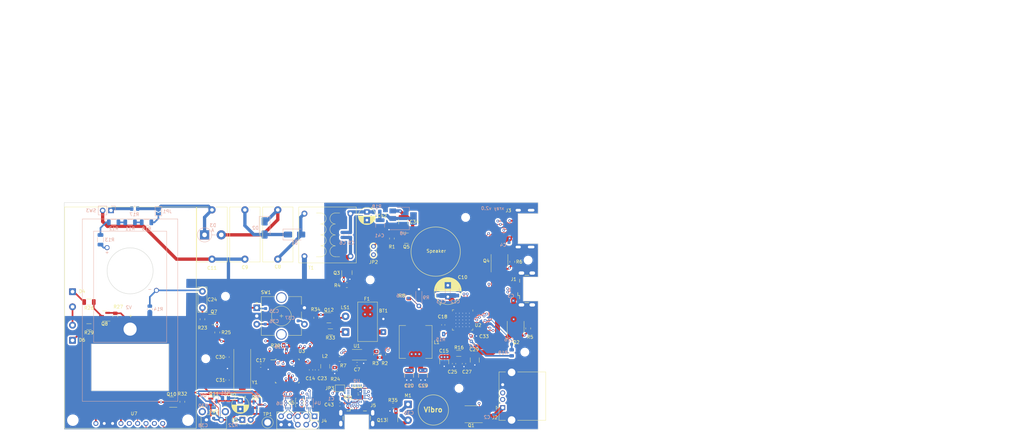
<source format=kicad_pcb>
(kicad_pcb (version 20221018) (generator pcbnew)
  (layers (0 "F.Cu" signal) (1 "In1.Cu" signal) (2 "In2.Cu" signal) (31 "B.Cu" signal) (34 "B.Paste" user) (35 "F.Paste" user) (36 "B.SilkS" user "B.Silkscreen") (37 "F.SilkS" user "F.Silkscreen") (38 "B.Mask" user) (39 "F.Mask" user) (44 "Edge.Cuts" user))
  (net 0 "")
  (net 1 "Net-(BT1-+)")
  (net 2 "GND")
  (net 3 "FLUSH_VBUS")
  (net 4 "USB_OUT_VBUS")
  (net 5 "USB_M_IN_VBUS")
  (net 6 "USB_IN_VBUS")
  (net 7 "Net-(Q3-D)")
  (net 8 "Net-(T1-AA)")
  (net 9 "Net-(U1-EN)")
  (net 10 "Net-(D1-A)")
  (net 11 "Net-(D2-K)")
  (net 12 "Net-(D1-K)")
  (net 13 "USB_VSYS")
  (net 14 "Net-(D3-K)")
  (net 15 "Net-(U3-AREF)")
  (net 16 "Net-(U2-NTC)")
  (net 17 "VCC")
  (net 18 "Net-(U2-BST)")
  (net 19 "Net-(U2-LX_1)")
  (net 20 "Net-(U3-AVCC)")
  (net 21 "Net-(V2-C)")
  (net 22 "Net-(Q7-B)")
  (net 23 "USB_OUT_VOUT2")
  (net 24 "USB_VMID")
  (net 25 "RESET")
  (net 26 "Net-(U3-XTAL1{slash}PB6)")
  (net 27 "Net-(U3-XTAL2{slash}PB7)")
  (net 28 "VREG")
  (net 29 "Net-(Q5-D)")
  (net 30 "ENCODER_A")
  (net 31 "ENCODER_B")
  (net 32 "ENCODER_CLICK")
  (net 33 "WAKEUP_BUTTON")
  (net 34 "Net-(M1--)")
  (net 35 "Net-(Q11-D)")
  (net 36 "Net-(U8-VO)")
  (net 37 "CP2102_VREG")
  (net 38 "Net-(U9-~{RST})")
  (net 39 "Net-(D4-K)")
  (net 40 "Net-(D6-K)")
  (net 41 "Net-(Q8-D)")
  (net 42 "USB_M_IN_D-")
  (net 43 "USB_M_IN_D+")
  (net 44 "USB_OUT_D-")
  (net 45 "USB_OUT_D+")
  (net 46 "USB_IN_CC1")
  (net 47 "USB_IN_D+")
  (net 48 "USB_IN_D-")
  (net 50 "USB_IN_CC2")
  (net 52 "Net-(J4-Pin_1)")
  (net 53 "+5V")
  (net 55 "Net-(J4-Pin_4)")
  (net 56 "Net-(J4-Pin_5)")
  (net 57 "Net-(J4-Pin_6)")
  (net 58 "Net-(J4-Pin_7)")
  (net 59 "Net-(J4-Pin_9)")
  (net 60 "FLUSH_D-")
  (net 61 "FLUSH_D+")
  (net 62 "Net-(JP1-B)")
  (net 63 "UV_ENABLE#")
  (net 64 "Net-(JP2-B)")
  (net 65 "Net-(JP3-A)")
  (net 66 "Net-(LS1-Pad1)")
  (net 67 "Net-(Q12-D)")
  (net 68 "USB_OUT_VBUS_G")
  (net 69 "USB_M_IN_VBUS_G")
  (net 70 "UV_PWM")
  (net 71 "USB_IN_VBUS_G")
  (net 72 "RADIATION_VALUE")
  (net 73 "FLASHLIGHT")
  (net 74 "Net-(Q9-D)")
  (net 75 "TFT_ENABLE#")
  (net 76 "Net-(Q10-D)")
  (net 77 "SPEAKER")
  (net 78 "VIBRO")
  (net 79 "USB_I2C_SCL")
  (net 80 "USB_I2C_SDA")
  (net 81 "Net-(R10-Pad2)")
  (net 82 "Net-(R11-Pad2)")
  (net 83 "Net-(R12-Pad2)")
  (net 84 "Net-(V2-A)")
  (net 85 "Net-(U2-RSET)")
  (net 86 "Net-(R17-Pad1)")
  (net 87 "USB_INT")
  (net 88 "MCU_I2C_SDA")
  (net 89 "MCU_I2C_SCL")
  (net 95 "MOSI")
  (net 96 "MISO")
  (net 97 "SCK")
  (net 100 "TFT_DC")
  (net 101 "RXD")
  (net 102 "TXD")
  (net 121 "Net-(D5-K)")
  (net 122 "Net-(D5-A)")
  (footprint "Package_TO_SOT_SMD:SOT-23" (layer "F.Cu") (at 145.5 101.0875)
    (fp_text reference "Q7")
    (fp_text value "BC847")
  )
  (footprint "Resistor_SMD:R_0805_2012Metric" (layer "F.Cu") (at 194.8 111.7 90)
    (fp_text reference "R3")
    (fp_text value "3.3K")
  )
  (footprint "Library:FuseHolder1808" (layer "F.Cu") (at 192.2 101.765 -90)
    (fp_text reference "F1")
    (fp_text value "1808, 6A")
  )
  (footprint "Capacitor_SMD:C_0603_1608Metric" (layer "F.Cu") (at 189 114.6 180)
    (fp_text reference "C7")
    (fp_text value "200 pF")
  )
  (footprint "MountingHole:MountingHole_2.2mm_M2" (layer "F.Cu") (at 241 83)
    (fp_text reference "H4" hide)
    (fp_text value "MountingHole")
  )
  (footprint "Package_TO_SOT_SMD:SOT-23" (layer "F.Cu") (at 199.8 131.6 -90)
    (fp_text reference "Q13")
    (fp_text value "IRLML0030")
  )
  (footprint "Capacitor_SMD:C_0603_1608Metric" (layer "F.Cu") (at 149.6 112.5 -90)
    (fp_text reference "C30")
    (fp_text value "18 pF")
  )
  (footprint "Resistor_SMD:R_0805_2012Metric" (layer "F.Cu") (at 135.9 126.1 90)
    (fp_text reference "R32")
    (fp_text value "200K")
  )
  (footprint "Package_TO_SOT_SMD:SOT-23" (layer "F.Cu") (at 180.4375 100.55)
    (fp_text reference "Q12")
    (fp_text value "IRLML0030")
  )
  (footprint "Rotary_Encoder:RotaryEncoder_Alps_EC11E-Switch_Vertical_H20mm_CircularMountingHoles" (layer "F.Cu") (at 158.5 97.5)
    (fp_text reference "SW1")
    (fp_text value "EC11W****")
  )
  (footprint "Package_TO_SOT_SMD:SOT-23" (layer "F.Cu") (at 112.25 100 180)
    (fp_text reference "Q8")
    (fp_text value "IRLML0030")
  )
  (footprint "Capacitor_SMD:C_0603_1608Metric" (layer "F.Cu") (at 221.5 114.5 -90)
    (fp_text reference "C27")
    (fp_text value "100 nF")
  )
  (footprint "Package_SO:MSOP-8_3x3mm_P0.65mm" (layer "F.Cu") (at 189 111.8 180)
    (fp_text reference "U1")
    (fp_text value "PCA9306")
  )
  (footprint "Capacitor_SMD:C_0603_1608Metric" (layer "F.Cu") (at 189.300497 122.95)
    (fp_text reference "C44")
    (fp_text value "100 nF")
  )
  (footprint "Resistor_SMD:R_0805_2012Metric" (layer "F.Cu") (at 199.6 76.425 -90)
    (fp_text reference "R1")
    (fp_text value "10K")
  )
  (footprint "LED_THT:LED_D1.8mm_W3.3mm_H2.4mm" (layer "F.Cu") (at 154.125 131.6)
    (fp_text reference "D5")
    (fp_text value "L-2060YD")
  )
  (footprint "Capacitor_SMD:C_1210_3225Metric" (layer "F.Cu") (at 203 71.325 -90)
    (fp_text reference "C34")
    (fp_text value "22 uF")
  )
  (footprint "Library:Ferrocore-HPI1040" (layer "F.Cu") (at 206.8 107.9 90)
    (fp_text reference "L1")
    (fp_text value "2.2 uH")
  )
  (footprint "Capacitor_THT:C_Rect_L16.5mm_W9.0mm_P15.00mm_MKT" (layer "F.Cu") (at 164.9 82.7 90)
    (fp_text reference "C8")
    (fp_text value "К73-17, 0.1 uF, 630V")
  )
  (footprint "Library:transformator-4-sh4x4" (layer "F.Cu") (at 180 75.325 -90)
    (fp_text reference "T1")
    (fp_text value "Transformer_1P_1S")
  )
  (footprint "Resistor_SMD:R_0805_2012Metric" (layer "F.Cu") (at 176.6075 100.55 90)
    (fp_text reference "R34")
    (fp_text value "200K")
  )
  (footprint "Resistor_SMD:R_0805_2012Metric" (layer "F.Cu") (at 115.5 100.0875 -90)
    (fp_text reference "R27")
    (fp_text value "200K")
  )
  (footprint "Resistor_SMD:R_0805_2012Metric" (layer "F.Cu") (at 197 111.7 90)
    (fp_text reference "R2")
    (fp_text value "3.3K")
  )
  (footprint "Resistor_SMD:R_0805_2012Metric" (layer "F.Cu") (at 189.400497 124.75)
    (fp_text reference "R21")
    (fp_text value "10K")
  )
  (footprint "Library:USB_A" (layer "F.Cu") (at 235.9825 124.4 90)
    (fp_text reference "J2")
    (fp_text value "USB_A")
  )
  (footprint "TestPoint:TestPoint_Plated_Hole_D2.0mm" (layer "F.Cu") (at 161.8 132.4)
    (fp_text reference "TP1")
    (fp_text value "GND")
  )
  (footprint "MountingHole:MountingHole_2.2mm_M2" (layer "F.Cu") (at 143 113)
    (fp_text reference "H3" hide)
    (fp_text value "MountingHole")
  )
  (footprint "Capacitor_SMD:C_1210_3225Metric" (layer "F.Cu") (at 215.5 113.9 -90)
    (fp_text reference "C15")
    (fp_text value "22 uF")
  )
  (footprint "Capacitor_THT:CP_Radial_D5.0mm_P2.50mm" (layer "F.Cu") (at 153.5 125.794888 -90)
    (fp_text reference "C40")
    (fp_text value "100 uF")
  )
  (footprint "Capacitor_SMD:C_0603_1608Metric" (layer "F.Cu") (at 175 116.4 90)
    (fp_text reference "C14")
    (fp_text value "100 nF")
  )
  (footprint "Capacitor_SMD:C_0603_1608Metric" (layer "F.Cu") (at 224.5 106.1)
    (fp_text reference "C33")
    (fp_text value "2.2 uF")
  )
  (footprint "Resistor_SMD:R_0805_2012Metric" (layer "F.Cu") (at 236.2 83.5 90)
    (fp_text reference "R6")
    (fp_text value "10K")
  )
  (footprint "MountingHole:MountingHole_2.2mm_M2" (layer "F.Cu") (at 149 94)
    (fp_text reference "H8" hide)
    (fp_text value "MountingHole")
  )
  (footprint "Resistor_SMD:R_0805_2012Metric" (layer "F.Cu") (at 241.025 103.78 90)
    (fp_text reference "R5")
    (fp_text value "10K")
  )
  (footprint "Capacitor_SMD:C_0603_1608Metric" (layer "F.Cu") (at 218.5 114.5 -90)
    (fp_text reference "C25")
    (fp_text value "100 nF")
  )
  (footprint "Package_TO_SOT_SMD:SOT-23" (layer "F.Cu") (at 204 76.325)
    (fp_text reference "Q5")
    (fp_text value "IRLML5203")
  )
  (footprint "Resistor_SMD:R_0805_2012Metric" (layer "F.Cu") (at 142 101 90)
    (fp_text reference "R23")
    (fp_text value "200K")
  )
  (footprint "Package_TO_SOT_SMD:SOT-23" (layer "F.Cu") (at 132.6 126.2 180)
    (fp_text reference "Q10")
    (fp_text value "IRLML5203")
  )
  (footprint "Connector_Wire:SolderWire-0.5sqmm_1x02_P4.8mm_D0.9mm_OD2.3mm" (layer "F.Cu") (at 204.5 126.9 -90)
    (fp_text reference "M1")
    (fp_text value "VibroMotor, 3V, 8x2.7mm")
  )
  (footprint "Capacitor_THT:CP_Radial_D8.0mm_P3.50mm" (layer "F.Cu") (at 216.6 94.152651 90)
    (fp_text reference "C10")
    (fp_text value "220 uF")
  )
  (footprint "Library:Display_2.2inch_ili9341" (layer "F.Cu") (at 100.1 134.2 90)
    (fp_text reference "U7")
    (fp_text value "Display_2.2inch_ili9341")
  )
  (footprint "Library:USB_Micro-B" (layer "F.Cu") (at 188.900497 131.295)
    (fp_text reference "J5")
    (fp_text value "USB_B_Micro")
    (fp_line (start -3.7 -1.3) (end -3.7 3.2) (stroke (width 0.12)) (layer "Edge.Cuts"))
    (fp_line (start -3.7 -1.3) (end 3.65 -1.3) (stroke (width 0.12)) (layer "Edge.Cuts"))
    (fp_line (start -3.7 3.2) (end -5.95 3.2) (stroke (width 0.12)) (layer "Edge.Cuts"))
    (fp_line (start 3.65 -1.3) (end 3.65 3.2) (stroke (width 0.12)) (layer "Edge.Cuts"))
    (fp_line (start 3.65 3.2) (end 5.95 3.2) (stroke (width 0.12)) (layer "Edge.Cuts"))
  )
  (footprint "Resistor_SMD:R_0805_2012Metric" (layer "F.Cu") (at 146.5 105 -90)
    (fp_text reference "R25")
    (fp_text value "10K")
  )
  (footprint "Capacitor_SMD:C_0603_1608Metric" (layer "F.Cu") (at 183.800497 126.9 180)
    (fp_text reference "C43")
    (fp_text value "10 uF")
  )
  (footprint "Inductor_SMD:L_1210_3225Metric" (layer "F.Cu") (at 179.3 115.3 90)
    (fp_text reference "L2")
    (fp_text value "20 uH")
  )
  (footprint "Package_TO_SOT_SMD:SOT-23" (layer "F.Cu") (at 158.5 127)
    (fp_text reference "Q14")
    (fp_text value "IRLML0030")
  )
  (footprint "Capacitor_SMD:C_0603_1608Metric" (layer "F.Cu") (at 159.7 115.1)
    (fp_text reference "C17")
    (fp_text value "100 nF")
  )
  (footprint "Capacitor_THT:C_Rect_L16.5mm_W9.0mm_P15.00mm_MKT" (layer "F.Cu") (at 154.9 67.7 -90)
    (fp_text reference "C9")
    (fp_text value "К73-17, 0.1 uF, 630V")
  )
  (footprint "Package_TO_SOT_SMD:SOT-23" (layer "F.Cu") (at 185.9125 86.8 90)
    (fp_text reference "Q3")
    (fp_text value "IRLML0030")
  )
  (footprint "MountingHole:MountingHole_2.2mm_M2" (layer "F.Cu") (at 85.6 50.5)
    (fp_text reference "H7" hide)
    (fp_text value "MountingHole")
  )
  (footprint "TestPoint:TestPoint_2Pads_Pitch2.54mm_Drill0.8mm" (layer "F.Cu") (at 194 81.35 90)
    (fp_text reference "JP2")
    (fp_text value "Jumper_2_Open")
  )
  (footprint "Connector_Wire:SolderWire-0.5sqmm_1x02_P4.6mm_D0.9mm_OD2.1mm" (layer "F.Cu") (at 102.5 107.4 90)
    (fp_text reference "D6")
    (fp_text value "FLASH")
  )
  (footprint "Button_Switch_THT:SW_Tactile_SKHH_Angled" (layer "F.Cu") (at 147.7 131.6 180)
    (fp_text reference "SW2")
    (fp_text value "B3F3150")
  )
  (footprint "Capacitor_SMD:C_0603_1608Metric" (layer "F.Cu") (at 149.6 119.5 90)
    (fp_text reference "C31")
    (fp_text value "18 pF")
  )
  (footprint "Jumper:SolderJumper-2_P1.3mm_Open_TrianglePad1.0x1.5mm" (layer "F.Cu") (at 183.8 122 180)
    (fp_text reference "JP3")
    (fp_text value "SolderJumper_2_Open")
  )
  (footprint "Connector_Wire:SolderWire-0.15sqmm_1x02_P4mm_D0.5mm_OD1.5mm" (layer "F.Cu") (at 197 104.9 90)
    (fp_text reference "BT1")
    (fp_text value "Li-Ion, 4.2V, 10000 mAh, 1260100")
  )
  (footprint "Resistor_SMD:R_0805_2012Metric" (layer "F.Cu") (at 204.7 93.8 90)
    (fp_text reference "R8")
    (fp_text value "82K")
  )
  (footprint "Capacitor_THT:C_Rect_L16.5mm_W9.0mm_P15.00mm_MKT" (layer "F.Cu") (at 144.9 82.7 90)
    (fp_text reference "C11")
    (fp_text value "К73-17, 0.1 uF, 630V")
  )
  (footprint "Capacitor_SMD:C_1210_3225Metric" (layer "F.Cu") (at 209.05 118 -90)
    (fp_text reference "C19")
    (fp_text value "22 uF")
  )
  (footprint "Connector_PinHeader_2.54mm:PinHeader_2x05_P2.54mm_Vertical" (layer "F.Cu") (at 176.075 130.525 -90)
    (fp_text reference "J4")
    (fp_text value "USBASP")
  )
  (footprint "Resistor_SMD:R_1206_3216Metric" (layer "F.Cu") (at 219.9 111.4 180)
    (fp_text reference "R16")
    (fp_text value "0.01")
  )
  (footprint "Resistor_SMD:R_1206_3216Metric" (layer "F.Cu") (at 107.5 103.25 180)
    (fp_text reference "R29")
    (fp_text value "16")
  )
  (footprint "Capacitor_SMD:C_0603_1608Metric" (layer "F.Cu") (at 215.2 102.7 90)
    (fp_text reference "C18")
    (fp_text value "100 nF")
  )
  (footprint "Package_DFN_QFN:QFN-40-1EP_6x6mm_P0.5mm_EP4.6x4.6mm_ThermalVias" (layer "F.Cu") (at 221.1 101.2 -90)
    (fp_text reference "U2")
    (fp_text value "IP5328P")
  )
  (footprint "Library:USB_C_P16_MIDMOUNT_1.6" (layer "F.Cu") (at 239.62 73.4 90)
    (fp_text reference "J3")
    (fp_text value "USB_C_Receptacle_USB2.0")
    (fp_line (start -4.6 -1.7) (end -4.6 4.4) (stroke (width 0.12)) (layer "Edge.Cuts"))
    (fp_line (start -4.6 4.4) (end -6.2 4.4) (stroke (width 0.12)) (layer "Edge.Cuts"))
    (fp_line (start 4.6 -1.7) (end -4.6 -1.7) (stroke (width 0.12)) (layer "Edge.Cuts"))
    (fp_line (start 4.6 4.4) (end 4.6 -1.7) (stroke (width 0.12)) (layer "Edge.Cuts"))
    (fp_line (start 6.4 4.4) (end 4.6 4.4) (stroke (width 0.12)) (layer "Edge.Cuts"))
  )
  (footprint "Package_SO:SOIC-8_3.9x4.9mm_P1.27mm" (layer "F.Cu") (at 223.7 129.9 180)
    (fp_text reference "Q1")
    (fp_text value "IRF7832PbF")
  )
  (footprint "Capacitor_THT:CP_Radial_D5.0mm_P2.50mm" (layer "F.Cu") (at 192 68.325 -90)
    (fp_text reference "C42")
    (fp_text value "100 uF")
  )
  (footprint "Resistor_SMD:R_1206_3216Metric" (layer "F.Cu") (at 180.9 104.8 180)
    (fp_text reference "R33")
    (fp_text value "27")
  )
  (footprint "Package_TO_SOT_SMD:SOT-23" (layer "F.Cu") (at 145.5 126.1)
    (fp_text reference "Q11")
    (fp_text value "IRLML0030")
  )
  (footprint "Package_QFP:TQFP-32_7x7mm_P0.8mm" (layer "F.Cu") (at 167.8 116.75)
    (fp_text reference "U3")
    (fp_text value "ATmega328P-A")
  )
  (footprint "Package_SO:VSSOP-8_2.4x2.1mm_P0.5mm" (layer "F.Cu") (at 171.5 126.3 -90)
    (fp_text reference "U5")
    (fp_text value "SN74LVC2T45DCUR")
  )
  (footprint "MountingHole:MountingHole_2.2mm_M2" (layer "F.Cu") (at 220 122)
    (fp_text reference "H2" hide)
    (fp_text value "MountingHole")
  )
  (footprint "Library:USB_Micro-B" (layer "F.Cu") (at 240.815 91.775 90)
    (fp_text reference "J1")
    (fp_text value "USB_B_Micro")
    (fp_line (start -3.7 -1.3) (end -3.7 3.2) (stroke (width 0.12)) (layer "Edge.Cuts"))
    (fp_line (start -3.7 -1.3) (end 3.65 -1.3) (stroke (width 0.12)) (layer "Edge.Cuts"))
    (fp_line (start -3.7 3.2) (end -5.95 3.2) (stroke (width 0.12)) (layer "Edge.Cuts"))
    (fp_line (start 3.65 -1.3) (end 3.65 3.2) (stroke (width 0.12)) (layer "Edge.Cuts"))
    (fp_line (start 3.65 3.2) (end 5.95 3.2) (stroke (width 0.12)) (layer "Edge.Cuts"))
  )
  (footprint "Resistor_SMD:R_0805_2012Metric" (layer "F.Cu") (at 199.9 127.27)
    (fp_text reference "R35")
    (fp_text value "200K")
  )
  (footprint "Resistor_SMD:R_0805_2012Metric" (layer "F.Cu") (at 185.8875 90.61 180)
    (fp_text reference "R4")
    (fp_text value "200K")
  )
  (footprint "Resistor_SMD:R_0805_2012Metric" (layer "F.Cu") (at 183.7 113.1)
    (fp_text reference "R7")
    (fp_text value "200K")
  )
  (footprint "MountingHole:MountingHole_2.2mm_M2" (layer "F.Cu") (at 222 70)
    (fp_text reference "H1" hide)
    (fp_text value "MountingHole")
  )
  (footprint "Package_SO:SOIC-8_3.9x4.9mm_P1.27mm" (layer "F.Cu") (at 232.3 83.2 90)
    (fp_text reference "Q4")
    (fp_text value "IRF7425PbF")
  )
  (footprint "Capacitor_SMD:C_1210_3225Metric" (layer "F.Cu") (at 224.8 113.4 -90)
    (fp_text reference "C29")
    (fp_text value "22 uF")
  )
  (footprint "Capacitor_THT:C_Disc_D7.5mm_W2.5mm_P5.00mm" (layer "F.Cu") (at 142 92.5 -90)
    (fp_text reference "C24")
    (fp_text value "CC81, 10 pF, 630V")
  )
  (footprint "Capacitor_SMD:C_1210_3225Metric" (layer "F.Cu") (at 204.8 118 -90)
    (fp_text reference "C20")
    (fp_text value "22 uF")
  )
  (footprint "Capacitor_SMD:C_0603_1608Metric" (layer "F.Cu") (at 176.8 116.4 90)
    (fp_text reference "C23")
    (fp_text value "470 nF")
  )
  (footprint "Connector_Wire:SolderWire-0.5sqmm_1x02_P4.8mm_D0.9mm_OD2.3mm" (layer "F.Cu") (at 185.5 104.9 90)
    (fp_text reference "LS1")
    (fp_text value "Speaker, D13mm")
  )
  (footprint "Connector_Wire:SolderWire-0.5sqmm_1x02_P4.6mm_D0.9mm_OD2.1mm" (layer "F.Cu") (at 102.5 92.6 -90)
    (fp_text reference "D4")
    (fp_text value "FLASH")
  )
  (footprint "Resistor_SMD:R_0805_2012Metric" (layer "F.Cu") (at 182.2 116.6 -90)
    (fp_text reference "R24")
    (fp_text value "510K")
  )
  (footprint "MountingHole:MountingHole_2.2mm_M2" (layer "F.Cu") (at 193 89)
    (fp_text reference "H6" hide)
    (fp_text value "MountingHole")
  )
  (footprint "Resistor_SMD:R_1206_3216Metric" (layer "F.Cu") (at 107.5 95.75 180)
    (fp_text reference "R26")
    (fp_text value "16")
  )
  (footprint "Package_SO:SOIC-8_3.9x4.9mm_P1.27mm" (layer "F.Cu") (at 237.2 103.525 90)
    (fp_text reference "Q2")
    (fp_text value "IRF7425PbF")
  )
  (footprint "Resistor_SMD:R_0805_2012Metric" (layer "F.Cu") (at 167.6 108.9 180)
    (fp_text reference "R20")
    (fp_text value "10K")
  )
  (footprint "Crystal:Crystal_SMD_HC49-SD" (layer "F.Cu") (at 154.1 116 90)
    (fp_text reference "Y1")
    (fp_text value "HC-49SM, 8MHz")
  )
  (footprint "MountingHole:MountingHole_2.2mm_M2" (layer "F.Cu") (at 240 111)
    (fp_text reference "H5" hide)
    (fp_text value "MountingHole")
  )
  (footprint "Package_SO:VSSOP-8_2.4x2.1mm_P0.5mm" (layer "B.Cu") (at 174.5 126.5 -90)
    (fp_text reference "U4")
    (fp_text value "SN74LVC2T45DCUR")
  )
  (footprint "Resistor_SMD:R_1206_3216Metric" (layer "B.Cu") (at 111 76.8 -90)
    (fp_text reference "R13")
    (fp_text value "2M, 200V")
  )
  (footprint "Capacitor_SMD:C_0603_1608Metric" (layer "B.Cu") (at 235.775 95.325 180)
    (fp_text reference "C3")
    (fp_text value "10 uF")
  )
  (footprint "Capacitor_SMD:C_0603_1608Metric" (layer "B.Cu") (at 168.5 109.5)
    (fp_text reference "C28")
    (fp_text value "100 nF")
  )
  (footprint "Resistor_SMD:R_0805_2012Metric" (layer "B.Cu") (at 214.4 105.5)
    (fp_text reference "R15")
    (fp_text value "114K")
  )
  (footprint "Resistor_SMD:R_0805_2012Metric" (layer "B.Cu") (at 195 68.325 180)
    (fp_text reference "R18")
    (fp_text value "68")
  )
  (footprint "Capacitor_SMD:C_0603_1608Metric" (layer "B.Cu") (at 161.2 98.5 -90)
    (fp_text reference "C35")
    (fp_text value "100 nF")
  )
  (footprint "Resistor_SMD:R_0805_2012Metric" (layer "B.Cu") (at 236 111.2 90)
    (fp_text reference "R19")
    (fp_text value "10K")
  )
  (footprint "Diode_SMD:D_SMA" (layer "B.Cu") (at 170 75.2)
    (fp_text reference "D1")
    (fp_text value "US1M")
  )
  (footprint "Package_SO:VSSOP-8_2.4x2.1mm_P0.5mm" (layer "B.Cu") (at 168 126.5 -90)
    (fp_text reference "U6")
    (fp_text value "SN74LVC2T45DCUR")
  )
  (footprint "Capacitor_SMD:C_0603_1608Metric" (layer "B.Cu") (at 187 75.325 90)
    (fp_text reference "C5")
    (fp_text value "21 nF *")
  )
  (footprint "Resistor_SMD:R_0805_2012Metric" (layer "B.Cu") (at 151.3 131.6)
    (fp_text reference "R22")
    (fp_text value "620")
  )
  (footprint "Package_DFN_QFN:QFN-28-1EP_5x5mm_P0.5mm_EP3.35x3.35mm" (layer "B.Cu") (at 188.800497 123.65 90)
    (fp_text reference "U9")
    (fp_text value "CP2102N-Axx-xQFN28")
  )
  (footprint "Jumper:SolderJumper-2_P1.3mm_Open_TrianglePad1.0x1.5mm" (layer "B.Cu") (at 128.6 68.1 -90)
    (fp_text reference "JP1")
    (fp_text value "SolderJumper_2_Open")
  )
  (footprint "Capacitor_SMD:C_1210_3225Metric" (layer "B.Cu") (at 204.8 118 -90)
    (fp_text reference "C21")
    (fp_text value "22 uF")
  )
  (footprint "Capacitor_SMD:C_0603_1608Metric" (layer "B.Cu") (at 235.19 78.4 -90)
    (fp_text reference "C4")
    (fp_text value "10 uF")
  )
  (footprint "Connector_PinSocket_2.54mm:PinSocket_1x02_P2.54mm_Vertical" (layer "B.Cu") (at 114.2 67.875 90)
    (fp_text reference "SW3")
    (fp_text value "SW_Push")
  )
  (footprint "Capacitor_SMD:C_0603_1608Metric" (layer "B.Cu") (at 145.4 131.9 90)
    (fp_text reference "C38")
    (fp_text value "2 uF")
  )
  (footprint "Resistor_THT:R_Axial_DIN0204_L3.6mm_D1.6mm_P5.08mm_Horizontal" (layer "B.Cu") (at 207.8 96.94 90)
    (fp_text reference "R9")
    (fp_text value "NTCM-100K@25-B4250")
  )
  (footprint "Capacitor_SMD:C_1210_3225Metric" (layer "B.Cu") (at 218.7 92.3 90)
    (fp_text reference "C12")
    (fp_text value "22 uF")
  )
  (footprint "Capacitor_SMD:C_0603_1608Metric" (layer "B.Cu") (at 171.1 100.7 90)
    (fp_text reference "C37")
    (fp_text value "100 nF")
  )
  (footprint "Capacitor_SMD:C_1210_3225Metric" (layer "B.Cu") (at 196 72.325 -90)
    (fp_text reference "C41")
    (fp_text value "22 uF")
  )
  (footprint "Capacitor_SMD:C_0603_1608Metric" (layer "B.Cu") (at 184.49 75.325 90)
    (fp_text reference "C6")
    (fp_text value "see note [*]")
  )
  (footprint "Capacitor_SMD:C_0603_1608Metric" (layer "B.Cu") (at 183.800497 125.15 180)
    (fp_text reference "C1")
    (fp_text value "10 uF")
  )
  (footprint "Resistor_SMD:R_1206_3216Metric" (layer "B.Cu") (at 115 71.5 180)
    (fp_text reference "R12")
    (fp_text value "2M, 200V")
  )
  (footprint "Capacitor_SMD:C_1210_3225Metric" (layer "B.Cu") (at 209.05 118 -90)
    (fp_text reference "C22")
    (fp_text value "22 uF")
  )
  (footprint "Package_TO_SOT_SMD:SOT-223-3_TabPin2" (layer "B.Cu") (at 203 70.325)
    (fp_text reference "U8")
    (fp_text value "AMS1117-3.3")
  )
  (footprint "Package_TO_SOT_SMD:SOT-23" (layer "B.Cu") (at 145.3 125 90)
    (fp_text reference "Q9")
    (fp_text value "IRLML5203")
  )
  (footprint "Capacitor_SMD:C_0603_1608Metric" (layer "B.Cu") (at 204.6 93.8 -90)
    (fp_text reference "C16")
    (fp_text value "100 nF")
  )
  (footprint "Capacitor_SMD:C_0603_1608Metric" (layer "B.Cu") (at 224.5 107.7)
    (fp_text reference "C32")
    (fp_text value "2.2 uF")
  )
  (footprint "Library:SBT11" (layer "B.Cu") (at 120 104)
    (fp_text reference "V2")
    (fp_text value "SBT11A")
    (fp_line (start -11.75 4.5) (end 11.75 4.5) (stroke (width 0.12)) (layer "Edge.Cuts"))
    (fp_line (start -11.75 18.75) (end -11.75 4.5) (stroke (width 0.12)) (layer "Edge.Cuts"))
    (fp_line (start 11.75 4.5) (end 11.75 18.75) (stroke (width 0.12)) (layer "Edge.Cuts"))
    (fp_line (start 11.75 18.75) (end -11.75 18.75) (stroke (width 0.12)) (layer "Edge.Cuts"))
    (fp_circle (center 0 -17.75) (end 7 -17.75) (stroke (width 0.12)) (fill none) (layer "Edge.Cuts"))
  )
  (footprint "Capacitor_SMD:C_0603_1608Metric" (layer "B.Cu") (at 235.2 108.6 180)
    (fp_text reference "C26")
    (fp_text value "10 uF")
  )
  (footprint "Capacitor_SMD:C_0603_1608Metric" (layer "B.Cu") (at 202.4 129.5 90)
    (fp_text reference "C39")
    (fp_text value "100 nF")
  )
  (footprint "Resistor_SMD:R_0805_2012Metric" (layer "B.Cu") (at 121.4 67.3)
    (fp_text reference "R17")
    (fp_text value "100")
  )
  (footprint "Resistor_SMD:R_0805_2012Metric" (layer "B.Cu") (at 149 125 180)
    (fp_text reference "R31")
    (fp_text value "400K ****")
  )
  (footprint "Package_TO_SOT_SMD:SOT-23" (layer "B.Cu") (at 158.5 127.1 -90)
    (fp_text reference "Q6")
    (fp_text value "IRLML5203")
  )
  (footprint "Diode_THT:D_5W_P5.08mm_Vertical_AnodeUp" (layer "B.Cu") (at 142.63995 75.3)
    (fp_text reference "D3")
    (fp_text value "US1M")
  )
  (footprint "Diode_SMD:D_SMA" (layer "B.Cu") (at 160.9 73.2 -90)
    (fp_text reference "D2")
    (fp_text value "US1M")
  )
  (footprint "Resistor_SMD:R_0805_2012Metric" (layer "B.Cu") (at 145.4 128.7 90)
    (fp_text reference "R30")
    (fp_text value "10K")
  )
  (footprint "Capacitor_SMD:C_1210_3225Metric" (layer "B.Cu") (at 214.45 92.3 90)
    (fp_text reference "C13")
    (fp_text value "22 uF")
  )
  (footprint "Capacitor_SMD:C_0603_1608Metric" (layer "B.Cu") (at 230.5 130.8 -90)
    (fp_text reference "C2")
    (fp_text value "10 uF")
  )
  (footprint "Resistor_SMD:R_0805_2012Metric" (layer "B.Cu") (at 126 97.9125 90)
    (fp_text reference "R14")
    (fp_text value "200K")
  )
  (footprint "Capacitor_SMD:C_0603_1608Metric" (layer "B.Cu") (at 161.1 101.7 90)
    (fp_text reference "C36")
    (fp_text value "100 nF")
  )
  (footprint "Resistor_SMD:R_1206_3216Metric" (layer "B.Cu") (at 120 71.5 180)
    (fp_text reference "R11")
    (fp_text value "2M, 200V")
  )
  (footprint "Resistor_SMD:R_1206_3216Metric" (layer "B.Cu") (at 125 71.5 180)
    (fp_text reference "R10")
    (fp_text value "2M, 200V")
  )
  (gr_circle (center 212.190228 128.6) (end 215.690228 125.6) (stroke (width 0.15)) (fill none) (layer "F.SilkS"))
  (gr_circle (center 212.9 80.4) (end 220.4 80.4) (stroke (width 0.15)) (fill none) (layer "F.SilkS"))
  (gr_line (start 100 65.5) (end 244.02 65.5) (stroke (width 0.1)) (layer "Edge.Cuts"))
  (gr_line (start 194.850497 134.495) (end 244.02 134.5) (stroke (width 0.1)) (layer "Edge.Cuts"))
  (gr_line (start 244.02 134.5) (end 244.02 97.725) (stroke (width 0.1)) (layer "Edge.Cuts"))
  (gr_line (start 100 134.5) (end 100 65.5) (stroke (width 0.1)) (layer "Edge.Cuts"))
  (gr_line (start 244.02 67) (end 244.02 65.5) (stroke (width 0.1)) (layer "Edge.Cuts"))
  (gr_line (start 244.02 85.825) (end 244.02 79.6) (stroke (width 0.1)) (layer "Edge.Cuts"))
  (gr_line (start 182.950497 134.495) (end 100 134.5) (stroke (width 0.1)) (layer "Edge.Cuts"))
  (gr_text "xray v2.0" (at 233.8 67.8) (layer "B.SilkS") (effects (font (size 1 1)) (justify left bottom mirror)))
  (gr_text "Vibro" (at 209.1 129.4) (layer "F.SilkS") (effects (font (size 1.5 1.5) (thickness 0.3) bold) (justify left bottom)))
  (gr_text "Speaker\n" (at 210 80.8) (layer "F.SilkS") (effects (font (size 1 1)) (justify left bottom)))
  (segment (start 197 104.9) (end 192.25 104.9) (width 1.5) (layer "F.Cu") (net 1))
  (segment (start 149.6 113.275) (end 149.6 116) (width 0.5) (layer "F.Cu") (net 2))
  (segment (start 169.6 115.4) (end 164.875 115.4) (width 0.5) (layer "F.Cu") (net 2))
  (segment (start 144.5625 130.2375) (end 143.2 131.6) (width 0.5) (layer "F.Cu") (net 2))
  (segment (start 139.9125 104) (end 120 104) (width 0.5) (layer "F.Cu") (net 2))
  (segment (start 215.5 115.3) (end 215.425 115.3) (width 1.5) (layer "F.Cu") (net 2))
  (segment (start 191.1125 114.1875) (end 191 114.3) (width 0.5) (layer "F.Cu") (net 2))
  (segment (start 117.175 99.175) (end 120 102) (width 0.5) (layer "F.Cu") (net 2))
  (segment (start 215.425 115.3) (end 215.5 115.375) (width 1.5) (layer "F.Cu") (net 2))
  (segment (start 175.2625 101.4625) (end 173 99.2) (width 0.5) (layer "F.Cu") (net 2))
  (segment (start 186.8 90.61) (end 186.8 87.8) (width 1) (layer "F.Cu") (net 2))
  (segment (start 206.7725 92.8875) (end 207.8 91.86) (width 0.2) (layer "F.Cu") (net 2))
  (segment (start 237.11 68.685) (end 237.11 70) (width 1) (layer "F.Cu") (net 2))
  (segment (start 169.75 115.375) (end 169.75 115.25) (width 0.5) (layer "F.Cu") (net 2))
  (segment (start 113.1 72.7) (end 124.1 72.7) (width 1) (layer "F.Cu") (net 2))
  (segment (start 144.4375 101.9125) (end 144.5625 102.0375) (width 0.5) (layer "F.Cu") (net 2))
  (segment (start 238.965 86.925) (end 238.74 87.15) (width 1.5) (layer "F.Cu") (net 2))
  (segment (start 134.1 82.7) (end 144.9 82.7) (width 1) (layer "F.Cu") (net 2))
  (segment (start 224.8 114.9) (end 224.775 114.9) (width 1.5) (layer "F.Cu") (net 2))
  (segment (start 162 116.25) (end 162 115.925) (width 0.5) (layer "F.Cu") (net 2))
  (segment (start 160.85 115.1) (end 162 116.25) (width 0.5) (layer "F.Cu") (net 2))
  (segment (start 173 99.2) (end 173 97.855) (width 0.5) (layer "F.Cu") (net 2))
  (segment (start 191 114.4) (end 190.9 114.4) (width 0.5) (layer "F.Cu") (net 2))
  (segment (start 224.775 114.9) (end 224.25 115.425) (width 1.5) (layer "F.Cu") (net 2))
  (segment (start 164.725 115.55) (end 163.55 115.55) (width 0.5) (layer "F.Cu") (net 2))
  (segment (start 237.995 67.8) (end 237.11 68.685) (width 1) (layer "F.Cu") (net 2))
  (segment (start 169.75 115.25) (end 169.6 115.4) (width 0.5) (layer "F.Cu") (net 2))
  (segment (start 160.475 115.1) (end 160.85 115.1) (width 0.5) (layer "F.Cu") (net 2))
  (segment (start 225.3 106.125) (end 224.025 104.85) (width 0.2) (layer "F.Cu") (net 2))
  (segment (start 174.275 116.35) (end 175 115.625) (width 0.5) (layer "F.Cu") (net 2))
  (segment (start 111.66 71.26) (end 113.1 72.7) (width 1) (layer "F.Cu") (net 2))
  (segment (start 111.66 67.875) (end 111.66 71.26) (width 1) (layer "F.Cu") (net 2))
  (segment (start 222.85 104.1375) (end 222.85 102.95) (width 0.2) (layer "F.Cu") (net 2))
  (segment (start 224.25 115.425) (end 221.525 115.425) (width 1.5) (layer "F.Cu") (net 2))
  (segment (start 170.75 126.5) (end 170.75 128.05) (width 0.2) (layer "F.Cu") (net 2))
  (segment (start 237.11 78.115) (end 237.11 76.8) (width 1) (layer "F.Cu") (net 2))
  (segment (start 162 116.775) (end 162 116.25) (width 0.5) (layer "F.Cu") (net 2))
  (segment (start 224.8 114.875) (end 224.8 114.9) (width 1.5) (layer "F.Cu") (net 2))
  (segment (start 238.74 87.15) (end 238.74 90.475) (width 1.5) (layer "F.Cu") (net 2))
  (segment (start 149.6 116) (end 149.6 118.725) (width 0.5) (layer "F.Cu") (net 2))
  (segment (start 199 128.9) (end 198.9875 128.9125) (width 1) (layer "F.Cu") (net 2))
  (segment (start 190.200497 129.22) (end 193.525497 129.22) (width 0.5) (layer "F.Cu") (net 2))
  (segment (start 176.8 115.625) (end 175 115.625) (width 0.5) (layer "F.Cu") (net 2))
  (segment (start 172.05 116.35) (end 174.275 116.35) (width 0.5) (layer "F.Cu") (net 2))
  (segment (start 204.7 92.8875) (end 206.7725 92.8875) (width 0.2) (layer "F.Cu") (net 2))
  (segment (start 215.55 115.425) (end 215.5 115.375) (width 1.5) (layer "F.Cu") (net 2))
  (segment (start 162.375 115.55) (end 163.55 115.55) (width 0.5) (layer "F.Cu") (net 2))
  (segment (start 218.5 115.4) (end 218.475 115.425) (width 1.5) (layer "F.Cu") (net 2))
  (segment (start 183.025497 126.9) (end 184.050497 127.925) (width 0.2) (layer "F.Cu") (net 2))
  (segment (start 164.875 115.4) (end 164.725 115.55) (width 0.5) (layer "F.Cu") (net 2))
  (segment (start 162 115.925) (end 162.375 115.55) (width 0.5) (layer "F.Cu") (net 2))
  (segment (start 191 114.3) (end 191 114.4) (width 0.5) (layer "F.Cu") (net 2))
  (segment (start 144.5625 127.05) (end 144.5625 130.2375) (width 0.5) (layer "F.Cu") (net 2))
  (segment (start 190.200497 129.22) (end 189.575497 129.22) (width 0.5) (layer "F.Cu") (net 2))
  (segment (start 198.9875 127.27) (end 198.9875 128.8875) (width 1) (layer "F.Cu") (net 2))
  (segment (start 142 101.9125) (end 139.9125 104) (width 0.5) (layer "F.Cu") (net 2))
  (segment (start 222.85 104.562652) (end 222.85 104.1375) (width 0.2) (layer "F.Cu") (net 2))
  (segment (start 170.75 124.95) (end 170.75 126.5) (width 0.2) (layer "F.Cu") (net 2))
  (segment (start 203 72.8) (end 199.625 72.8) (width 1) (layer "F.Cu") (net 2))
  (segment (start 191.1125 112.775) (end 191.1125 114.1875) (width 0.5) (layer "F.Cu") (net 2))
  (segment (start 199.625 72.8) (end 198.7 73.725) (width 1) (layer "F.Cu") (net 2))
  (segment (start 142 101.9125) (end 144.4375 101.9125) (width 0.5) (layer "F.Cu") (net 2))
  (segment (start 124.1 72.7) (end 134.1 82.7) (width 1) (layer "F.Cu") (net 2))
  (segment (start 223.137348 104.85) (end 222.85 104.562652) (width 0.2) (layer "F.Cu") (net 2))
  (segment (start 221.525 115.425) (end 221.5 115.4) (width 1.5) (layer "F.Cu") (net 2))
  (segment (start 224.025 104.85) (end 223.137348 104.85) (width 0.2) (layer "F.Cu") (net 2))
  (segment (start 190.7 114.6) (end 189.775 114.6) (width 0.5) (layer "F.Cu") (net 2))
  (segment (start 237.995 79) (end 237.11 78.115) (width 1) (layer "F.Cu") (net 2))
  (segment (start 190.9 114.4) (end 190.7 114.6) (width 0.5) (layer "F.Cu") (net 2))
  (segment (start 176.6075 101.4625) (end 175.2625 101.4625) (width 0.5) (layer "F.Cu") (net 2))
  (segment (start 176.6075 101.4625) (end 179.4625 101.4625) (width 0.5) (layer "F.Cu") (net 2))
  (segment (start 184.050497 127.925) (end 184.050497 129.445) (width 0.2) (layer "F.Cu") (net 2))
  (segment (start 170.725 116.35) (end 169.75 115.375) (width 0.5) (layer "F.Cu") (net 2))
  (segment (start 115.5 99.175) (end 117.175 99.175) (width 0.5) (layer "F.Cu") (net 2))
  (segment (start 221.5 115.4) (end 221.475 115.425) (width 1.5) (layer "F.Cu") (net 2))
  (segment (start 172.05 116.35) (end 170.725 116.35) (width 0.5) (layer "F.Cu") (net 2))
  (segment (start 162.375 117.15) (end 162 116.775) (width 0.5) (layer "F.Cu") (net 2))
  (segment (start 218.525 115.425) (end 218.5 115.4) (width 1.5) (layer "F.Cu") (net 2))
  (segment (start 198.9875 128.8875) (end 199 128.9) (width 1) (layer "F.Cu") (net 2))
  (segment (start 221.475 115.425) (end 218.525 115.425) (width 1.5) (layer "F.Cu") (net 2))
  (segment (start 215.5 115.375) (end 215.5 115.3) (width 1.5) (layer "F.Cu") (net 2))
  (segment (start 218.475 115.425) (end 215.55 115.425) (width 1.5) (layer "F.Cu") (net 2))
  (segment (start 163.55 117.15) (end 162.375 117.15) (width 0.5) (layer "F.Cu") (net 2))
  (segment (start 157.5625 127.95) (end 153.844888 127.95) (width 0.5) (layer "F.Cu") (net 2))
  (segment (start 113.1875 99.05) (end 115.375 99.05) (width 0.5) (layer "F.Cu") (net 2))
  (segment (start 198.9875 128.9125) (end 198.9875 130.525) (width 1) (layer "F.Cu") (net 2))
  (via (at 205.4 119.5) (size 0.8) (drill 0.4) (layers "F.Cu" "B.Cu") (net 2))
  (via (at 186.8125 88.8) (size 0.8) (drill 0.4) (layers "F.Cu" "B.Cu") (net 2))
  (via (at 209.7 119.5) (size 0.8) (drill 0.4) (layers "F.Cu" "B.Cu") (net 2))
  (via (at 208.4 119.5) (size 0.8) (drill 0.4) (layers "F.Cu" "B.Cu") (net 2))
  (via (at 221.5 115.4) (size 0.8) (drill 0.4) (layers "F.Cu" "B.Cu") (net 2))
  (via (at 170.75 126.5) (size 0.8) (drill 0.4) (layers "F.Cu" "B.Cu") (net 2))
  (via (at 198.7 73.725) (size 0.8) (drill 0.4) (layers "F.Cu" "B.Cu") (net 2))
  (via (at 191 114.4) (size 0.8) (drill 0.4) (layers "F.Cu" "B.Cu") (net 2))
  (via (at 218.5 115.4) (size 0.8) (drill 0.4) (layers "F.Cu" "B.Cu") (net 2))
  (via (at 215.5 115.3) (size 0.8) (drill 0.4) (layers "F.Cu" "B.Cu") (net 2))
  (via (at 204.1 119.5) (size 0.8) (drill 0.4) (layers "F.Cu" "B.Cu") (net 2))
  (via (at 199 128.9) (size 0.8) (drill 0.4) (layers "F.Cu" "B.Cu") (net 2))
  (via (at 224.8 114.9) (size 0.8) (drill 0.4) (layers "F.Cu" "B.Cu") (net 2))
  (via (at 225.3 106.1) (size 0.8) (drill 0.4) (layers "F.Cu" "B.Cu") (net 2))
  (via (at 162 116.25) (size 0.8) (drill 0.4) (layers "F.Cu" "B.Cu") (net 2))
  (via (at 149.6 116) (size 0.8) (drill 0.4) (layers "F.Cu" "B.Cu") (net 2))
  (via (at 169.75 115.25) (size 0.8) (drill 0.4) (layers "F.Cu" "B.Cu") (net 2))
  (via (at 190.000497 123) (size 0.8) (drill 0.4) (layers "F.Cu" "B.Cu") (net 2))
  (via (at 182.2 117.5125) (size 0.8) (drill 0.4) (layers "F.Cu" "B.Cu") (net 2))
  (segment (start 214.45 90.825) (end 218.7 90.825) (width 1.5) (layer "B.Cu") (net 2))
  (segment (start 144.9 82.7) (end 149.9 82.7) (width 1) (layer "B.Cu") (net 2))
  (segment (start 206.635 93.025) (end 207.8 91.86) (width 0.2) (layer "B.Cu") (net 2))
  (segment (start 198.7 73.725) (end 198.75 73.725) (width 1) (layer "B.Cu") (net 2))
  (segment (start 188.763149 123.65) (end 186.313149 121.2) (width 0.2) (layer "B.Cu") (net 2))
  (segment (start 149.9 82.7) (end 149.9 90) (width 1) (layer "B.Cu") (net 2))
  (segment (start 149.9 82.7) (end 154.9 82.7) (width 1) (layer "B.Cu") (net 2))
  (segment (start 189.300497 126.1) (end 189.300497 124.15) (width 0.2) (layer "B.Cu") (net 2))
  (segment (start 173 81.825) (end 173 91.535) (width 1.5) (layer "B.Cu") (net 2))
  (segment (start 198.675 73.8) (end 196 73.8) (width 1) (layer "B.Cu") (net 2))
  (segment (start 189.300497 126.1) (end 189.300497 126.610547) (width 0.2) (layer "B.Cu") (net 2))
  (segment (start 198.7 73.775) (end 198.675 73.8) (width 1) (layer "B.Cu") (net 2))
  (segment (start 188.800497 123.65) (end 191.350497 126.2) (width 0.2) (layer "B.Cu") (net 2))
  (segment (start 198.75 73.725) (end 199.85 72.625) (width 1) (layer "B.Cu") (net 2))
  (segment (start 168.75 124.95) (end 169.2 124.95) (width 0.2) (layer "B.Cu") (net 2))
  (segment (start 198.7 73.725) (end 198.7 73.775) (width 1) (layer "B.Cu") (net 2))
  (segment (start 175.25 124.95) (end 175.25 128.05) (width 0.2) (layer "B.Cu") (net 2))
  (segment (start 120.825 104) (end 123.7 104) (width 1.5) (layer "B.Cu") (net 2))
  (segment (start 126 101.7) (end 126 98.825) (width 1.5) (layer "B.Cu") (net 2))
  (segment (start 169.2 124.95) (end 170.75 126.5) (width 0.2) (layer "B.Cu") (net 2))
  (segment (start 204.6 93.025) (end 206.635 93.025) (width 0.2) (layer "B.Cu") (net 2))
  (segment (start 189.300497 126.610547) (end 190.38995 127.7) (width 0.2) (layer "B.Cu") (net 2))
  (segment (start 188.800497 123.65) (end 191.050497 121.4) (width 0.2) (layer "B.Cu") (net 2))
  (segment (start 123.7 104) (end 126 101.7) (width 1.5) (layer "B.Cu") (net 2))
  (segment (start 186.100497 127.4) (end 186.100497 127.745) (width 0.5) (layer "F.Cu") (net 3))
  (segment (start 186.100497 127.745) (end 187.575497 129.22) (width 0.5) (layer "F.Cu") (net 3))
  (via (at 186.100497 127.4) (size 0.8) (drill 0.4) (layers "F.Cu" "B.Cu") (net 3))
  (segment (start 187.225497 126.175) (end 187.225497 126.1) (width 0.5) (layer "B.Cu") (net 3))
  (segment (start 186.100497 127.4) (end 186.100497 126.675) (width 0.5) (layer "B.Cu") (net 3))
  (segment (start 186.100497 126.675) (end 186.350497 126.425) (width 0.5) (layer "B.Cu") (net 3))
  (segment (start 186.350497 126.425) (end 186.350497 125.225) (width 0.5) (layer "B.Cu") (net 3))
  (segment (start 186.725497 126.675) (end 187.225497 126.175) (width 0.5) (layer "B.Cu") (net 3))
  (segment (start 186.100497 126.675) (end 186.725497 126.675) (width 0.5) (layer "B.Cu") (net 3))
  (segment (start 186.100497 126.675) (end 184.575497 125.15) (width 0.5) (layer "B.Cu") (net 3))
  (segment (start 224.0375 100.45) (end 226.15 100.45) (width 0.2) (layer "F.Cu") (net 4))
  (segment (start 226.15 100.45) (end 226.2 100.4) (width 0.2) (layer "F.Cu") (net 4))
  (segment (start 226.175 130.535) (end 230.6375 130.535) (width 1.5) (layer "F.Cu") (net 4))
  (segment (start 226.175 129.265) (end 226.175 131.805) (width 1.5) (layer "F.Cu") (net 4))
  (segment (start 230.6375 130.535) (end 233.2725 127.9) (width 1.5) (layer "F.Cu") (net 4))
  (via (at 226.2 100.4) (size 0.8) (drill 0.4) (layers "F.Cu" "B.Cu") (net 4))
  (segment (start 231.1475 130.025) (end 233.2725 127.9) (width 0.5) (layer "B.Cu") (net 4))
  (segment (start 230.5 130.025) (end 231.1475 130.025) (width 0.5) (layer "B.Cu") (net 4))
  (segment (start 223.6125 104.4) (end 223.35 104.1375) (width 0.2) (layer "F.Cu") (net 5))
  (segment (start 236.565 95.09) (end 238.055 93.6) (width 1.5) (layer "F.Cu") (net 5))
  (segment (start 236.565 101.05) (end 236.565 95.09) (width 1.5) (layer "F.Cu") (net 5))
  (segment (start 230.3455 104.4) (end 223.6125 104.4) (width 0.2) (layer "F.Cu") (net 5))
  (segment (start 238.055 93.6) (end 238.74 93.6) (width 1.5) (layer "F.Cu") (net 5))
  (segment (start 235.295 101.05) (end 239.105 101.05) (width 1.5) (layer "F.Cu") (net 5))
  (via (at 236.6 101) (size 0.8) (drill 0.4) (layers "F.Cu" "B.Cu") (net 5))
  (via (at 230.3455 104.4) (size 0.8) (drill 0.4) (layers "F.Cu" "B.Cu") (net 5))
  (via (at 236.5 95.325) (size 0.8) (drill 0.4) (layers "F.Cu" "B.Cu") (net 5))
  (segment (start 232.5 80.725) (end 234.205 80.725) (width 1.5) (layer "F.Cu") (net 6))
  (segment (start 235.49 76.4) (end 235.39 76.4) (width 0.6) (layer "F.Cu") (net 6))
  (segment (start 228.5 88.1) (end 229.8 89.4) (width 0.2) (layer "F.Cu") (net 6))
  (segment (start 228.5 82.62) (end 228.5 88.1) (width 0.2) (layer "F.Cu") (net 6))
  (segment (start 230.395 80.725) (end 232.5 80.725) (width 1.5) (layer "F.Cu") (net 6))
  (segment (start 235.39 76.5) (end 234.4 76.5) (width 1.5) (layer "F.Cu") (net 6))
  (segment (start 236.09 75.8) (end 235.49 76.4) (width 0.6) (layer "F.Cu") (net 6))
  (segment (start 229.8 101) (end 227.85 102.95) (width 0.2) (layer "F.Cu") (net 6))
  (segment (start 229.8 89.4) (end 229.8 101) (width 0.2) (layer "F.Cu") (net 6))
  (segment (start 230.395 80.725) (end 228.5 82.62) (width 0.2) (layer "F.Cu") (net 6))
  (segment (start 234.4 76.5) (end 232.5 78.4) (width 1.5) (layer "F.Cu") (net 6))
  (segment (start 235.39 71) (end 237.11 71) (width 0.6) (layer "F.Cu") (net 6))
  (segment (start 227.85 102.95) (end 224.0375 102.95) (width 0.2) (layer "F.Cu") (net 6))
  (segment (start 232.5 78.4) (end 232.5 80.725) (width 1.5) (layer "F.Cu") (net 6))
  (segment (start 235.39 76.4) (end 235.39 76.5) (width 0.6) (layer "F.Cu") (net 6))
  (segment (start 237.11 75.8) (end 236.09 75.8) (width 0.6) (layer "F.Cu") (net 6))
  (via (at 235.39 76.4) (size 0.8) (drill 0.4) (layers "F.Cu" "B.Cu") (net 6))
  (via (at 235.39 71) (size 0.8) (drill 0.4) (layers "F.Cu" "B.Cu") (net 6))
  (segment (start 235.19 77.625) (end 235.19 76.6) (width 0.5) (layer "B.Cu") (net 6))
  (segment (start 235.19 76.6) (end 235.39 76.4) (width 0.5) (layer "B.Cu") (net 6))
  (segment (start 185.9475 86.325) (end 185.9475 81.8875) (width 1) (layer "F.Cu") (net 7))
  (segment (start 184.49 76.1) (end 187 76.1) (width 1) (layer "B.Cu") (net 7))
  (segment (start 187 76.1) (end 187 81.825) (width 1) (layer "B.Cu") (net 7))
  (segment (start 192 68.325) (end 186.51 68.325) (width 1) (layer "B.Cu") (net 8))
  (segment (start 187 74.55) (end 187 68.825) (width 1) (layer "B.Cu") (net 8))
  (segment (start 194.0875 68.325) (end 192 68.325) (width 1) (layer "B.Cu") (net 8))
  (segment (start 184.49 74.55) (end 187 74.55) (width 1) (layer "B.Cu") (net 8))
  (segment (start 186.8875 112.5) (end 186.8875 113.2625) (width 0.5) (layer "F.Cu") (net 9))
  (segment (start 186.8875 113.2625) (end 188.225 114.6) (width 0.5) (layer "F.Cu") (net 9))
  (segment (start 185.2125 112.5) (end 184.6125 113.1) (width 0.5) (layer "F.Cu") (net 9))
  (segment (start 186.8875 112.5) (end 185.2125 112.5) (width 0.5) (layer "F.Cu") (net 9))
  (segment (start 186.8875 112.125) (end 186.8875 112.5) (width 0.5) (layer "F.Cu") (net 9))
  (segment (start 186.8875 112.5) (end 186.8875 112.775) (width 0.5) (layer "F.Cu") (net 9))
  (segment (start 164.9 82.5) (end 172 75.4) (width 1) (layer "B.Cu") (net 10))
  (segment (start 171.89 75.2) (end 171.89 69.935) (width 1) (layer "B.Cu") (net 10))
  (segment (start 171.89 69.935) (end 173 68.825) (width 1) (layer "B.Cu") (net 10))
  (segment (start 160.3 75.3) (end 147.71995 75.3) (width 1) (layer "F.Cu") (net 11))
  (segment (start 164.9 67.7) (end 164.9 70.7) (width 1) (layer "F.Cu") (net 11))
  (segment (start 164.9 70.7) (end 160.3 75.3) (width 1) (layer "F.Cu") (net 11))
  (segment (start 160.9 71.2) (end 161.4 71.2) (width 1) (layer "B.Cu") (net 11))
  (segment (start 161.4 71.2) (end 164.9 67.7) (width 1) (layer "B.Cu") (net 11))
  (segment (start 160.9 75.2) (end 157.6 75.2) (width 1) (layer "B.Cu") (net 12))
  (segment (start 157.6 75.2) (end 154.9 72.5) (width 1) (layer "B.Cu") (net 12))
  (segment (start 168 75.2) (end 160.9 75.2) (width 1) (layer "B.Cu") (net 12))
  (segment (start 154.9 72.5) (end 154.9 67.7) (width 1) (layer "B.Cu") (net 12))
  (segment (start 219.6 104.8) (end 218.8 105.6) (width 0.78) (layer "F.Cu") (net 13))
  (segment (start 218.4375 111.4) (end 218.4375 113.6625) (width 1.5) (layer "F.Cu") (net 13))
  (segment (start 219.55 96.75) (end 219.425 96.875) (width 0.5) (layer "F.Cu") (net 13))
  (segment (start 219.6 104.2125) (end 219.6 104.8) (width 0.78) (layer "F.Cu") (net 13))
  (segment (start 216.952651 94.152651) (end 216.6 94.152651) (width 1.5) (layer "F.Cu") (net 13))
  (segment (start 219.58 96.875) (end 219.58 98.2625) (width 0.78) (layer "F.Cu") (net 13))
  (segment (start 220.35 109.4875) (end 218.4375 111.4) (width 0.2) (layer "F.Cu") (net 13))
  (segment (start 220.35 104.1375) (end 220.35 109.4875) (width 0.2) (layer "F.Cu") (net 13))
  (segment (start 218.4375 105.9625) (end 218.8 105.6) (width 1.5) (layer "F.Cu") (net 13))
  (segment (start 218.4375 111.4) (end 217.3375 112.5) (width 1.5) (layer "F.Cu") (net 13))
  (segment (start 218.4375 111.4) (end 218.4375 105.9625) (width 1.5) (layer "F.Cu") (net 13))
  (segment (start 219.3 96.75) (end 216.952651 94.152651) (width 1.5) (layer "F.Cu") (net 13))
  (segment (start 217.3375 112.5) (end 214.7 112.5) (width 1.5) (layer "F.Cu") (net 13))
  (via (at 215.6 112.5) (size 0.8) (drill 0.4) (layers "F.Cu" "B.Cu") (net 13))
  (via (at 216.5 112.5) (size 0.8) (drill 0.4) (layers "F.Cu" "B.Cu") (net 13))
  (via (at 214.7 112.5) (size 0.8) (drill 0.4) (layers "F.Cu" "B.Cu") (net 13))
  (segment (start 214.45 93.775) (end 218.7 93.775) (width 1.5) (layer "B.Cu") (net 13))
  (segment (start 129.374999 66.600001) (end 128.6 67.375) (width 1) (layer "B.Cu") (net 14))
  (segment (start 142.63995 75.3) (end 142.63995 69.96005) (width 1) (layer "B.Cu") (net 14))
  (segment (start 143.800001 66.600001) (end 129.374999 66.600001) (width 1) (layer "B.Cu") (net 14))
  (segment (start 122.3125 67.3) (end 128.525 67.3) (width 1) (layer "B.Cu") (net 14))
  (segment (start 142.63995 69.96005) (end 144.9 67.7) (width 1) (layer "B.Cu") (net 14))
  (segment (start 144.9 67.7) (end 143.800001 66.600001) (width 1) (layer "B.Cu") (net 14))
  (segment (start 128.525 67.3) (end 128.6 67.375) (width 1) (layer "B.Cu") (net 14))
  (segment (start 172.05 117.15) (end 174.975 117.15) (width 0.5) (layer "F.Cu") (net 15))
  (segment (start 209.1225 98.2625) (end 207.8 96.94) (width 0.2) (layer "F.Cu") (net 16))
  (segment (start 205.5725 94.7125) (end 207.8 96.94) (width 0.2) (layer "F.Cu") (net 16))
  (segment (start 218.85 98.2625) (end 209.1225 98.2625) (width 0.2) (layer "F.Cu") (net 16))
  (segment (start 204.7 94.7125) (end 205.5725 94.7125) (width 0.2) (layer "F.Cu") (net 16))
  (segment (start 205.435 94.575) (end 207.8 96.94) (width 0.2) (layer "B.Cu") (net 16))
  (segment (start 204.6 94.575) (end 205.435 94.575) (width 0.2) (layer "B.Cu") (net 16))
  (segment (start 208.3 116.5) (end 208.3 114.2) (width 1.5) (layer "F.Cu") (net 17))
  (segment (start 208.3 116.5) (end 209.7 116.5) (width 1.5) (layer "F.Cu") (net 17))
  (segment (start 179.4375 104.8) (end 182.1375 102.1) (width 0.5) (layer "F.Cu") (net 17))
  (segment (start 222.35 104.725) (end 222.35 104.1375) (width 0.2) (layer "F.Cu") (net 17))
  (segment (start 223.6 105.975) (end 222.35 104.725) (width 0.2) (layer "F.Cu") (net 17))
  (segment (start 187.5 107.8) (end 188.1 107.2) (width 1) (layer "F.Cu") (net 17))
  (segment (start 163.55 117.95) (end 164.725 117.95) (width 0.5) (layer "F.Cu") (net 17))
  (segment (start 163.55 117.95) (end 160.75 117.95) (width 0.5) (layer "F.Cu") (net 17))
  (segment (start 205.5 116.6) (end 204.1 116.6) (width 1.5) (layer "F.Cu") (net 17))
  (segment (start 180.9 108.5) (end 181.6 107.8) (width 1) (layer "F.Cu") (net 17))
  (segment (start 137.7875 123.3) (end 135.9 125.1875) (width 0.5) (layer "F.Cu") (net 17))
  (segment (start 180.9 109) (end 180.9 108.5) (width 1) (layer "F.Cu") (net 17))
  (segment (start 187.5 102.1) (end 191.06 98.54) (width 0.5) (layer "F.Cu") (net 17))
  (segment (start 208.3 114.2) (end 206.8 112.7) (width 1.5) (layer "F.Cu") (net 17))
  (segment (start 193.5 97.5) (end 193 97.5) (width 1.5) (layer "F.Cu") (net 17))
  (segment (start 165.1 117.575) (end 165.1 116.725) (width 0.5) (layer "F.Cu") (net 17))
  (segment (start 180.9 109) (end 180 109.9) (width 0.5) (layer "F.Cu") (net 17))
  (segment (start 158.9 111) (end 155.6 107.7) (width 0.5) (layer "F.Cu") (net 17))
  (segment (start 155.6 107.7) (end 147.8 107.7) (width 0.5) (layer "F.Cu") (net 17))
  (segment (start 192.2 100.2) (end 191.5 99.5) (width 1) (layer "F.Cu") (net 17))
  (segment (start 146.5 105.9125) (end 146.5 106.5) (width 0.5) (layer "F.Cu") (net 17))
  (segment (start 102.5 97.3) (end 102.5 102.9) (width 0.5) (layer "F.Cu") (net 17))
  (segment (start 201 77.3375) (end 203 77.3375) (width 1) (layer "F.Cu") (net 17))
  (segment (start 188.1 107.2) (end 188.1 104.3) (width 1) (layer "F.Cu") (net 17))
  (segment (start 164.725 117.95) (end 165.1 117.575) (width 0.5) (layer "F.Cu") (net 17))
  (segment (start 180 109.9) (end 180 113.2) (width 0.5) (layer "F.Cu") (net 17))
  (segment (start 188.1 104.3) (end 192.2 100.2) (width 1) (layer "F.Cu") (net 17))
  (segment (start 182.7875 110.8875) (end 180.9 109) (width 0.5) (layer "F.Cu") (net 17))
  (segment (start 201 90) (end 193.5 97.5) (width 1.5) (layer "F.Cu") (net 17))
  (segment (start 146.5 106.5) (end 147.7 107.7) (width 0.5) (layer "F.Cu") (net 17))
  (segment (start 199.6 77.3375) (end 201 77.3375) (width 1) (layer "F.Cu") (net 17))
  (segment (start 160.75 117.95) (end 158.9 116.1) (width 0.5) (layer "F.Cu") (net 17))
  (segment (start 181.6 107.8) (end 187.5 107.8) (width 1) (layer "F.Cu") (net 17))
  (segment (start 182.7875 113.1) (end 182.7875 110.8875) (width 0.5) (layer "F.Cu") (net 17))
  (segment (start 164.725 116.35) (end 163.55 116.35) (width 0.5) (layer "F.Cu") (net 17))
  (segment (start 140.5 123.3) (end 137.7875 123.3) (width 0.5) (layer "F.Cu") (net 17))
  (segment (start 180 113.2) (end 179.3 113.9) (width 0.5) (layer "F.Cu") (net 17))
  (segment (start 203 77.3375) (end 203.0625 77.275) (width 1) (layer "F.Cu") (net 17))
  (segment (start 201 77.3375) (end 201 90) (width 1.5) (layer "F.Cu") (net 17))
  (segment (start 205.5 114) (end 206.8 112.7) (width 1.5) (layer "F.Cu") (net 17))
  (segment (start 133.6 125.1875) (end 133.5375 125.25) (width 0.5) (layer "F.Cu") (net 17))
  (segment (start 165.1 116.725) (end 164.725 116.35) (width 0.5) (layer "F.Cu") (net 17))
  (segment (start 182.1375 102.1) (end 187.5 102.1) (width 0.5) (layer "F.Cu") (net 17))
  (segment (start 158.9 116.1) (end 158.9 111) (width 0.5) (layer "F.Cu") (net 17))
  (segment (start 135.9 125.1875) (end 133.6 125.1875) (width 0.5) (layer "F.Cu") (net 17))
  (segment (start 205.5 116.6) (end 205.5 114) (width 1.5) (layer "F.Cu") (net 17))
  (segment (start 172.25 124.95) (end 172.25 126) (width 0.2) (layer "F.Cu") (net 17))
  (via (at 193 99.5) (size 0.8) (drill 0.4) (layers "F.Cu" "B.Cu") (net 17))
  (via (at 167.25 126) (size 0.8) (drill 0.4) (layers "F.Cu" "B.Cu") (net 17))
  (via (at 191.4 99.5) (size 0.8) (drill 0.4) (layers "F.Cu" "B.Cu") (net 17))
  (via (at 204 116.5) (size 0.8) (drill 0.4) (layers "F.Cu" "B.Cu") (net 17))
  (via (at 205.5 116.6) (size 0.8) (drill 0.4) (layers "F.Cu" "B.Cu") (net 17))
  (via (at 206.8 111.6) (size 0.8) (drill 0.4) (layers "F.Cu" "B.Cu") (net 17))
  (via (at 205.6 111.6) (size 0.8) (drill 0.4) (layers "F.Cu" "B.Cu") (net 17))
  (via (at 166.7 108.9) (size 0.8) (drill 0.4) (layers "F.Cu" "B.Cu") (net 17))
  (via (at 191.3 97.5) (size 0.8) (drill 0.4) (layers "F.Cu" "B.Cu") (net 17))
  (via (at 208.3 116.5) (size 0.8) (drill 0.4) (layers "F.Cu" "B.Cu") (net 17))
  (via (at 147.8 107.7) (size 0.8) (drill 0.4) (layers "F.Cu" "B.Cu") (net 17))
  (via (at 207.9 111.6) (size 0.8) (drill 0.4) (layers "F.Cu" "B.Cu") (net 17))
  (via (at 140.5 123.3) (size 0.8) (drill 0.4) (layers "F.Cu" "B.Cu") (net 17))
  (via (at 193 97.5) (size 0.8) (drill 0.4) (layers "F.Cu" "B.Cu") (net 17))
  (via (at 172.25 126) (size 0.8) (drill 0.4) (layers "F.Cu" "B.Cu") (net 17))
  (via (at 209.7 116.5) (size 0.8) (drill 0.4) (layers "F.Cu" "B.Cu") (net 17))
  (via (at 173.75 126) (size 0.8) (drill 0.4) (layers "F.Cu" "B.Cu") (net 17))
  (via (at 223.6 106) (size 0.8) (drill 0.4) (layers "F.Cu" "B.Cu") (net 17))
  (segment (start 145.2 126.7875) (end 144.35 125.9375) (width 0.5) (layer "B.Cu") (net 17))
  (segment (start 167.75 126.5) (end 168 126.5) (width 0.2) (layer "B.Cu") (net 17))
  (segment (start 173.75 124.95) (end 173.75 126) (width 0.2) (layer "B.Cu") (net 17))
  (segment (start 157.175 122.875) (end 140.925 122.875) (width 0.5) (layer "B.Cu") (net 17))
  (segment (start 202.675 128.725) (end 204.5 126.9) (width 1) (layer "B.Cu") (net 17))
  (segment (start 143.1375 125.9375) (end 140.5 123.3) (width 0.5) (layer "B.Cu") (net 17))
  (segment (start 140.925 122.875) (end 140.5 123.3) (width 0.5) (layer "B.Cu") (net 17))
  (segment (start 168 126.5) (end 168.75 127.25) (width 0.2) (layer "B.Cu") (net 17))
  (segment (start 168.75 127.25) (end 168.75 128.05) (width 0.2) (layer "B.Cu") (net 17))
  (segment (start 167.25 124.95) (end 167.25 126) (width 0.2) (layer "B.Cu") (net 17))
  (segment (start 159.45 125.15) (end 157.175 122.875) (width 0.5) (layer "B.Cu") (net 17))
  (segment (start 202.4 128.725) (end 202.675 128.725) (width 1) (layer "B.Cu") (net 17))
  (segment (start 145.2 127.7875) (end 145.2 126.7875) (width 0.5) (layer "B.Cu") (net 17))
  (segment (start 159.45 126.1625) (end 159.45 125.15) (width 0.5) (layer "B.Cu") (net 17))
  (segment (start 167.25 126) (end 167.75 126.5) (width 0.2) (layer "B.Cu") (net 17))
  (segment (start 144.35 125.9375) (end 143.1375 125.9375) (width 0.5) (layer "B.Cu") (net 17))
  (segment (start 215.725 102.95) (end 218.1625 102.95) (width 0.2) (layer "F.Cu") (net 18))
  (segment (start 215.2 103.475) (end 215.725 102.95) (width 0.2) (layer "F.Cu") (net 18))
  (segment (start 218.1 100.7625) (end 218.1 102.1375) (width 0.9) (layer "F.Cu") (net 19))
  (segment (start 206.8 103.1) (end 208.4 101.5) (width 1.5) (layer "F.Cu") (net 19))
  (segment (start 208.4 101.5) (end 217.85 101.5) (width 1.5) (layer "F.Cu") (net 19))
  (segment (start 172.05 118.75) (end 175.225 118.75) (width 0.5) (layer "F.Cu") (net 20))
  (segment (start 176.8 117.175) (end 178.825 117.175) (width 0.5) (layer "F.Cu") (net 20))
  (segment (start 178.825 117.175) (end 179.3 116.7) (width 0.5) (layer "F.Cu") (net 20))
  (segment (start 175.225 118.75) (end 176.8 117.175) (width 0.5) (layer "F.Cu") (net 20))
  (segment (start 126 97) (end 126 94.2) (width 0.5) (layer "B.Cu") (net 21))
  (segment (start 128 92.2) (end 141.7 92.2) (width 0.5) (layer "B.Cu") (net 21))
  (segment (start 126 94.2) (end 128 92.2) (width 0.5) (layer "B.Cu") (net 21))
  (segment (start 142 100.0875) (end 144.5125 100.0875) (width 0.5) (layer "F.Cu") (net 22))
  (segment (start 142 100.0875) (end 142 97.5) (width 0.5) (layer "F.Cu") (net 22))
  (segment (start 227.922535 101.322535) (end 227.29507 101.95) (width 0.2) (layer "F.Cu") (net 23))
  (segment (start 227.29507 101.95) (end 224.0375 101.95) (width 0.2) (layer "F.Cu") (net 23))
  (via (at 227.922535 101.322535) (size 0.8) (drill 0.4) (layers "F.Cu" "B.Cu") (net 23))
  (segment (start 236.025 107.425) (end 236.025 108.6) (width 0.2) (layer "B.Cu") (net 23))
  (segment (start 229.922535 101.322535) (end 236.025 107.425) (width 0.2) (layer "B.Cu") (net 23))
  (segment (start 236.025 108.6) (end 236.025 110.2625) (width 0.5) (layer "B.Cu") (net 23))
  (segment (start 227.922535 101.322535) (end 229.922535 101.322535) (width 0.2) (layer "B.Cu") (net 23))
  (segment (start 220.5 110) (end 220.5 110.5375) (width 0.2) (layer "F.Cu") (net 24))
  (segment (start 221.3625 111.4) (end 224.275 111.4) (width 2) (layer "F.Cu") (net 24))
  (segment (start 241.025 102.8675) (end 239.6975 102.8675) (width 0.5) (layer "F.Cu") (net 24))
  (segment (start 220.5 110.5375) (end 221.3625 111.4) (width 0.2) (layer "F.Cu") (net 24))
  (segment (start 220.85 109.65) (end 220.5 110) (width 0.2) (layer "F.Cu") (net 24))
  (segment (start 234.7525 82.5875) (end 231.665 85.675) (width 0.5) (layer "F.Cu") (net 24))
  (segment (start 230.195 111.1) (end 235.295 106) (width 1.5) (layer "F.Cu") (net 24))
  (segment (start 220.85 104.1375) (end 220.85 109.65) (width 0.2) (layer "F.Cu") (net 24))
  (segment (start 225.825 111.925) (end 228.1 114.2) (width 1.5) (layer "F.Cu") (net 24))
  (segment (start 229.2 109.4) (end 231.695 106.905) (width 1.5) (layer "F.Cu") (net 24))
  (segment (start 235.295 106) (end 237.835 106) (width 1.5) (layer "F.Cu") (net 24))
  (segment (start 225.625 111.1) (end 230.195 111.1) (width 1.5) (layer "F.Cu") (net 24))
  (segment (start 239.6975 102.8675) (end 236.565 106) (width 0.5) (layer "F.Cu") (net 24))
  (segment (start 231.695 106.905) (end 231.695 85.705) (width 1.5) (layer "F.Cu") (net 24))
  (segment (start 221.225 127.995) (end 221.225 131.805) (width 1.5) (layer "F.Cu") (net 24))
  (segment (start 228.1 121.12) (end 221.225 127.995) (width 1.5) (layer "F.Cu") (net 24))
  (segment (start 224.275 111.4) (end 224.275 110.525) (width 1.5) (layer "F.Cu") (net 24))
  (segment (start 221.3625 111.4) (end 221.3625 113.5875) (width 1.5) (layer "F.Cu") (net 24))
  (segment (start 230.395 85.675) (end 232.935 85.675) (width 1.5) (layer "F.Cu") (net 24))
  (segment (start 225.4 109.4) (end 229.2 109.4) (width 1.5) (layer "F.Cu") (net 24))
  (segment (start 236.2 82.5875) (end 234.7525 82.5875) (width 0.5) (layer "F.Cu") (net 24))
  (segment (start 228.1 114.2) (end 228.1 121.12) (width 1.5) (layer "F.Cu") (net 24))
  (segment (start 224.275 110.525) (end 225.4 109.4) (width 1.5) (layer "F.Cu") (net 24))
  (segment (start 231.695 85.705) (end 231.665 85.675) (width 1.5) (layer "F.Cu") (net 24))
  (segment (start 171.75 124.0495) (end 171.75 124.95) (width 0.2) (layer "F.Cu") (net 25))
  (segment (start 183.075 122.025) (end 181.6 123.5) (width 0.2) (layer "F.Cu") (net 25))
  (segment (start 172.4 123.3995) (end 171.75 124.0495) (width 0.2) (layer "F.Cu") (net 25))
  (segment (start 168.5125 108.9) (end 167.4 110.0125) (width 0.5) (layer "F.Cu") (net 25))
  (segment (start 167.4 110.0125) (end 167.4 112.5) (width 0.5) (layer "F.Cu") (net 25))
  (segment (start 159.4375 127) (end 161 127) (width 0.2) (layer "F.Cu") (net 25))
  (via (at 167.5 110.75) (size 0.8) (drill 0.4) (layers "F.Cu" "B.Cu") (net 25))
  (via (at 172.4 123.3995) (size 0.8) (drill 0.4) (layers "F.Cu" "B.Cu") (net 25))
  (via (at 161 127) (size 0.8) (drill 0.4) (layers "F.Cu" "B.Cu") (net 25))
  (via (at 181.6 123.5) (size 0.8) (drill 0.4) (layers "F.Cu" "B.Cu") (net 25))
  (segment (start 160.8 127.2) (end 161 127) (width 0.2) (layer "B.Cu") (net 25))
  (segment (start 158.076104 126.1625) (end 159.113604 127.2) (width 0.2) (layer "B.Cu") (net 25))
  (segment (start 159.113604 127.2) (end 160.8 127.2) (width 0.2) (layer "B.Cu") (net 25))
  (segment (start 157.55 126.1625) (end 158.076104 126.1625) (width 0.2) (layer "B.Cu") (net 25))
  (segment (start 167.725 110.525) (end 167.5 110.75) (width 0.5) (layer "B.Cu") (net 25))
  (segment (start 167.725 109.5) (end 167.725 110.525) (width 0.5) (layer "B.Cu") (net 25))
  (segment (start 154.075 111.75) (end 154.075 114.175) (width 0.5) (layer "F.Cu") (net 26))
  (segment (start 158.65 118.75) (end 163.55 118.75) (width 0.5) (layer "F.Cu") (net 26))
  (segment (start 154.075 114.175) (end 158.65 118.75) (width 0.5) (layer "F.Cu") (net 26))
  (segment (start 154.1 111.75) (end 149.625 111.75) (width 0.5) (layer "F.Cu") (net 26))
  (segment (start 149.6 120.275) (end 154.075 120.275) (width 0.5) (layer "F.Cu") (net 27))
  (segment (start 154.55 119.55) (end 163.55 119.55) (width 0.5) (layer "F.Cu") (net 27))
  (segment (start 197 112.7125) (end 195.9125 112.7125) (width 0.2) (layer "F.Cu") (net 28))
  (segment (start 195.8875 112.7125) (end 194.8 112.7125) (width 0.2) (layer "F.Cu") (net 28))
  (segment (start 195.9125 112.7125) (end 195.9 112.7) (width 0.2) (layer "F.Cu") (net 28))
  (segment (start 221.85 105.85) (end 223.7 107.7) (width 0.2) (layer "F.Cu") (net 28))
  (segment (start 194.8 112.7125) (end 194.2125 112.125) (width 0.2) (layer "F.Cu") (net 28))
  (segment (start 194.2125 112.125) (end 191.1125 112.125) (width 0.2) (layer "F.Cu") (net 28))
  (segment (start 195.9 112.7) (end 195.8875 112.7125) (width 0.2) (layer "F.Cu") (net 28))
  (segment (start 221.85 104.1375) (end 221.85 105.85) (width 0.2) (layer "F.Cu") (net 28))
  (via (at 223.7 107.7) (size 0.8) (drill 0.4) (layers "F.Cu" "B.Cu") (net 28))
  (via (at 195.9 112.7) (size 0.8) (drill 0.4) (layers "F.Cu" "B.Cu") (net 28))
  (segment (start 236 112.1125) (end 228.1375 112.1125) (width 0.5) (layer "B.Cu") (net 28))
  (segment (start 228.1375 112.1125) (end 223.725 107.7) (width 0.5) (layer "B.Cu") (net 28))
  (segment (start 205.9 75.3625) (end 204.9375 76.325) (width 1) (layer "F.Cu") (net 29))
  (segment (start 205.9 71.425) (end 205.9 75.3625) (width 1) (layer "F.Cu") (net 29))
  (segment (start 203 68.925) (end 202.2 68.125) (width 1) (layer "F.Cu") (net 29))
  (segment (start 203 69.85) (end 204.325 69.85) (width 1) (layer "F.Cu") (net 29))
  (segment (start 203 69.85) (end 203 68.925) (width 1) (layer "F.Cu") (net 29))
  (segment (start 204.325 69.85) (end 205.9 71.425) (width 1) (layer "F.Cu") (net 29))
  (via (at 202.1 68.125) (size 0.8) (drill 0.4) (layers "F.Cu" "B.Cu") (net 29))
  (segment (start 199.85 68.025) (end 202 68.025) (width 1) (layer "B.Cu") (net 29))
  (segment (start 202 68.025) (end 202.1 68.125) (width 1) (layer "B.Cu") (net 29))
  (segment (start 162.375 114.75) (end 160.75 113.125) (width 0.5) (layer "F.Cu") (net 30))
  (segment (start 160.75 109.25) (end 155.5 104) (width 0.5) (layer "F.Cu") (net 30))
  (segment (start 156.75 97.5) (end 158.5 97.5) (width 0.5) (layer "F.Cu") (net 30))
  (segment (start 160.75 113.125) (end 160.75 109.25) (width 0.5) (layer "F.Cu") (net 30))
  (segment (start 155.5 104) (end 155.5 98.75) (width 0.5) (layer "F.Cu") (net 30))
  (segment (start 163.55 114.75) (end 162.375 114.75) (width 0.5) (layer "F.Cu") (net 30))
  (segment (start 155.5 98.75) (end 156.75 97.5) (width 0.5) (layer "F.Cu") (net 30))
  (segment (start 161.2 97.725) (end 158.725 97.725) (width 0.5) (layer "B.Cu") (net 30))
  (segment (start 174.25 114.75) (end 175.9 113.1) (width 0.5) (layer "F.Cu") (net 31))
  (segment (start 169.75 102.5) (end 158.5 102.5) (width 0.5) (layer "F.Cu") (net 31))
  (segment (start 175.9 108.65) (end 169.75 102.5) (width 0.5) (layer "F.Cu") (net 31))
  (segment (start 175.9 113.1) (end 175.9 108.65) (width 0.5) (layer "F.Cu") (net 31))
  (segment (start 172.05 114.75) (end 174.25 114.75) (width 0.5) (layer "F.Cu") (net 31))
  (segment (start 161.1 102.475) (end 158.525 102.475) (width 0.5) (layer "B.Cu") (net 31))
  (segment (start 167.4 121) (end 167.4 119.1) (width 0.5) (layer "F.Cu") (net 32))
  (via (at 167.4 119.1) (size 0.8) (drill 0.4) (layers "F.Cu" "B.Cu") (net 32))
  (segment (start 171.1 101.475) (end 171.975 101.475) (width 0.5) (layer "B.Cu") (net 32))
  (segment (start 171.975 101.475) (end 173 102.5) (width 0.5) (layer "B.Cu") (net 32))
  (segment (start 150.6 131.6) (end 147.7 131.6) (width 0.5) (layer "F.Cu") (net 33))
  (segment (start 166.6 122.632232) (end 159.432232 129.8) (width 0.5) (layer "F.Cu") (net 33))
  (segment (start 152.4 129.8) (end 150.6 131.6) (width 0.5) (layer "F.Cu") (net 33))
  (segment (start 166.6 121) (end 166.6 122.632232) (width 0.5) (layer "F.Cu") (net 33))
  (segment (start 144.5625 125.15) (end 144.5625 125.676104) (width 0.2) (layer "F.Cu") (net 33))
  (segment (start 146.85 127.963604) (end 146.85 130.75) (width 0.2) (layer "F.Cu") (net 33))
  (segment (start 159.432232 129.8) (end 152.4 129.8) (width 0.5) (layer "F.Cu") (net 33))
  (segment (start 144.5625 125.676104) (end 146.85 127.963604) (width 0.2) (layer "F.Cu") (net 33))
  (segment (start 146.85 130.75) (end 147.7 131.6) (width 0.2) (layer "F.Cu") (net 33))
  (segment (start 147.4 127.0875) (end 147.4 131.3) (width 0.2) (layer "B.Cu") (net 33))
  (segment (start 146.25 125.9375) (end 147.4 127.0875) (width 0.2) (layer "B.Cu") (net 33))
  (segment (start 147.7 131.6) (end 145.675 131.6) (width 0.5) (layer "B.Cu") (net 33))
  (segment (start 145.675 131.6) (end 145.2 131.125) (width 0.5) (layer "B.Cu") (net 33))
  (segment (start 145.7125 129.6125) (end 147.7 131.6) (width 0.5) (layer "B.Cu") (net 33))
  (segment (start 199.8 132.5375) (end 203.6625 132.5375) (width 1) (layer "F.Cu") (net 34))
  (segment (start 203.6625 132.5375) (end 204.5 131.7) (width 1) (layer "F.Cu") (net 34))
  (segment (start 203.825 131.7) (end 202.4 130.275) (width 1) (layer "B.Cu") (net 34))
  (segment (start 204.5 131.7) (end 203.825 131.7) (width 1) (layer "B.Cu") (net 34))
  (segment (start 146.4375 126.1) (end 146.742612 125.794888) (width 0.5) (layer "F.Cu") (net 35))
  (segment (start 146.742612 125.794888) (end 153.5 125.794888) (width 0.5) (layer "F.Cu") (net 35))
  (segment (start 157.5625 126.05) (end 153.755112 126.05) (width 0.5) (layer "F.Cu") (net 35))
  (segment (start 152.705112 125) (end 153.5 125.794888) (width 0.5) (layer "B.Cu") (net 35))
  (segment (start 149.9125 125) (end 152.705112 125) (width 0.5) (layer "B.Cu") (net 35))
  (segment (start 195.9125 70.7625) (end 196 70.85) (width 1) (layer "B.Cu") (net 36))
  (segment (start 195.9125 68.325) (end 195.9125 70.7625) (width 1) (layer "B.Cu") (net 36))
  (segment (start 199.05 70.325) (end 198.15 69.425) (width 1) (layer "B.Cu") (net 36))
  (segment (start 206.15 70.325) (end 199.85 70.325) (width 1) (layer "B.Cu") (net 36))
  (segment (start 198.15 69.425) (end 195.9125 69.425) (width 1) (layer "B.Cu") (net 36))
  (segment (start 199.85 70.325) (end 199.05 70.325) (width 1) (layer "B.Cu") (net 36))
  (segment (start 188.762997 126.3) (end 185.175497 126.3) (width 0.2) (layer "F.Cu") (net 37))
  (segment (start 190.312997 124.75) (end 188.762997 126.3) (width 0.2) (layer "F.Cu") (net 37))
  (segment (start 184.775497 126.7) (end 186.500497 126.7) (width 0.2) (layer "F.Cu") (net 37))
  (segment (start 186.500497 126.7) (end 187.200497 127.4) (width 0.2) (layer "F.Cu") (net 37))
  (segment (start 185.175497 126.3) (end 184.575497 126.9) (width 0.2) (layer "F.Cu") (net 37))
  (via (at 187.200497 127.4) (size 0.8) (drill 0.4) (layers "F.Cu" "B.Cu") (net 37))
  (segment (start 187.800497 126.1) (end 187.800497 126.8) (width 0.2) (layer "B.Cu") (net 37))
  (segment (start 187.800497 126.8) (end 187.200497 127.4) (width 0.2) (layer "B.Cu") (net 37))
  (segment (start 185.150497 124.75) (end 184.200497 123.8) (width 0.2) (layer "F.Cu") (net 38))
  (segment (start 188.525497 122.95) (end 188.525497 124.7125) (width 0.2) (layer "F.Cu") (net 38))
  (segment (start 188.487997 124.75) (end 185.150497 124.75) (width 0.2) (layer "F.Cu") (net 38))
  (via (at 184.200497 123.8) (size 0.8) (drill 0.4) (layers "F.Cu" "B.Cu") (net 38))
  (segment (start 185.292959 124.65) (end 184.442959 123.8) (width 0.2) (layer "B.Cu") (net 38))
  (segment (start 184.442959 123.8) (end 184.200497 123.8) (width 0.2) (layer "B.Cu") (net 38))
  (segment (start 186.350497 124.65) (end 185.292959 124.65) (width 0.2) (layer "B.Cu") (net 38))
  (segment (start 102.9875 92.7) (end 106.0375 95.75) (width 0.5) (layer "F.Cu") (net 39))
  (segment (start 102.5 107.5) (end 106.0375 103.9625) (width 0.5) (layer "F.Cu") (net 40))
  (segment (start 106.0375 103.9625) (end 106.0375 103.25) (width 0.5) (layer "F.Cu") (net 40))
  (segment (start 108.9625 97.65) (end 111.3125 100) (width 0.5) (layer "F.Cu") (net 41))
  (segment (start 108.9625 95.75) (end 108.9625 97.65) (width 0.5) (layer "F.Cu") (net 41))
  (segment (start 108.9625 102.35) (end 111.3125 100) (width 0.5) (layer "F.Cu") (net 41))
  (segment (start 108.9625 103.25) (end 108.9625 102.35) (width 0.5) (layer "F.Cu") (net 41))
  (segment (start 220.825 96.675) (end 220.825 97.618749) (width 0.2) (layer "F.Cu") (net 42))
  (segment (start 238.74 92.425) (end 235.075 92.425) (width 0.2) (layer "F.Cu") (net 42))
  (segment (start 222.499488 95.000512) (end 220.825 96.675) (width 0.2) (layer "F.Cu") (net 42))
  (segment (start 235.075 92.425) (end 234.8 92.7) (width 0.2) (layer "F.Cu") (net 42))
  (segment (start 222.499488 93.294596) (end 222.499488 95.000512) (width 0.2) (layer "F.Cu") (net 42))
  (segment (start 220.85 97.643749) (end 220.85 98.2625) (width 0.2) (layer "F.Cu") (net 42))
  (segment (start 220.825 97.618749) (end 220.85 97.643749) (width 0.2) (layer "F.Cu") (net 42))
  (via (at 222.499488 93.294596) (size 0.8) (drill 0.4) (layers "F.Cu" "B.Cu") (net 42))
  (via (at 234.8 92.7) (size 0.8) (drill 0.4) (layers "F.Cu" "B.Cu") (net 42))
  (segment (start 221.5 93.3) (end 221.5 95.363603) (width 0.2) (layer "F.Cu") (net 43))
  (segment (start 238.74 91.775) (end 234.874503 91.775) (width 0.2) (layer "F.Cu") (net 43))
  (segment (start 220.375 96.488603) (end 220.375 97.618749) (width 0.2) (layer "F.Cu") (net 43))
  (segment (start 220.35 97.643749) (end 220.35 98.2625) (width 0.2) (layer "F.Cu") (net 43))
  (segment (start 234.874503 91.775) (end 234.8 91.700497) (width 0.2) (layer "F.Cu") (net 43))
  (segment (start 220.375 97.618749) (end 220.35 97.643749) (width 0.2) (layer "F.Cu") (net 43))
  (segment (start 221.5 95.363603) (end 220.375 96.488603) (width 0.2) (layer "F.Cu") (net 43))
  (via (at 221.5 93.3) (size 0.8) (drill 0.4) (layers "F.Cu" "B.Cu") (net 43))
  (via (at 234.8 91.700497) (size 0.8) (drill 0.4) (layers "F.Cu" "B.Cu") (net 43))
  (segment (start 225.91005 99.7) (end 227.3 99.7) (width 0.2) (layer "F.Cu") (net 44))
  (segment (start 227.3 99.7) (end 227.6 100) (width 0.2) (layer "F.Cu") (net 44))
  (segment (start 224.0375 99.95) (end 225.66005 99.95) (width 0.2) (layer "F.Cu") (net 44))
  (segment (start 225.66005 99.95) (end 225.91005 99.7) (width 0.2) (layer "F.Cu") (net 44))
  (via (at 227.6 100) (size 0.8) (drill 0.4) (layers "F.Cu" "B.Cu") (net 44))
  (segment (start 225.594364 99.45) (end 225.844364 99.2) (width 0.2) (layer "F.Cu") (net 45))
  (segment (start 225.844364 99.2) (end 228 99.2) (width 0.2) (layer "F.Cu") (net 45))
  (segment (start 224.0375 99.45) (end 225.594364 99.45) (width 0.2) (layer "F.Cu") (net 45))
  (segment (start 228 99.2) (end 228.4 99.4) (width 0.2) (layer "F.Cu") (net 45))
  (via (at 228.4 99.4) (size 0.8) (drill 0.4) (layers "F.Cu" "B.Cu") (net 45))
  (segment (start 222.85 98.2625) (end 222.85 96.95) (width 0.2) (layer "F.Cu") (net 46))
  (segment (start 227.8 77.1) (end 229.8 75.1) (width 0.2) (layer "F.Cu") (net 46))
  (segment (start 227.8 92) (end 227.8 77.1) (width 0.2) (layer "F.Cu") (net 46))
  (segment (start 235.665343 74.65) (end 237.11 74.65) (width 0.2) (layer "F.Cu") (net 46))
  (segment (start 222.85 96.95) (end 227.8 92) (width 0.2) (layer "F.Cu") (net 46))
  (segment (start 235.215343 75.1) (end 235.665343 74.65) (width 0.2) (layer "F.Cu") (net 46))
  (segment (start 229.8 75.1) (end 235.215343 75.1) (width 0.2) (layer "F.Cu") (net 46))
  (segment (start 234.55 72.65) (end 237.11 72.65) (width 0.2) (layer "F.Cu") (net 47))
  (segment (start 237.11 73.65) (end 233.85 73.65) (width 0.2) (layer "F.Cu") (net 47))
  (segment (start 233.85 73.65) (end 233.6 73.9) (width 0.2) (layer "F.Cu") (net 47))
  (segment (start 221.35 96.715686) (end 221.35 98.2625) (width 0.2) (layer "F.Cu") (net 47))
  (segment (start 234 72.1) (end 234.55 72.65) (width 0.2) (layer "F.Cu") (net 47))
  (segment (start 228.8 72.1) (end 225 75.9) (width 0.2) (layer "F.Cu") (net 47))
  (segment (start 232.6 72.1) (end 234 72.1) (width 0.2) (layer "F.Cu") (net 47))
  (segment (start 225 93.065686) (end 225 75.9) (width 0.2) (layer "F.Cu") (net 47))
  (segment (start 232.6 72.1) (end 228.8 72.1) (width 0.2) (layer "F.Cu") (net 47))
  (segment (start 225 93.065686) (end 221.35 96.715686) (width 0.2) (layer "F.Cu") (net 47))
  (via (at 233.6 73.9) (size 0.8) (drill 0.4) (layers "F.Cu" "B.Cu") (net 47))
  (via (at 232.6 72.1) (size 0.8) (drill 0.4) (layers "F.Cu" "B.Cu") (net 47))
  (segment (start 231.8 73.5) (end 232.15 73.15) (width 0.2) (layer "F.Cu") (net 48))
  (segment (start 221.85 98.2625) (end 221.85 96.781372) (width 0.2) (layer "F.Cu") (net 48))
  (segment (start 232.5 74.6) (end 231.8 73.9) (width 0.2) (layer "F.Cu") (net 48))
  (segment (start 225.4 93.231371) (end 225.4 76.065686) (width 0.2) (layer "F.Cu") (net 48))
  (segment (start 231.8 73.9) (end 231.8 73.5) (width 0.2) (layer "F.Cu") (net 48))
  (segment (start 232.15 73.15) (end 237.11 73.15) (width 0.2) (layer "F.Cu") (net 48))
  (segment (start 234.615 74.15) (end 234.165 74.6) (width 0.2) (layer "F.Cu") (net 48))
  (segment (start 227.965686 73.5) (end 231.8 73.5) (width 0.2) (layer "F.Cu") (net 48))
  (segment (start 237.11 74.15) (end 234.615 74.15) (width 0.2) (layer "F.Cu") (net 48))
  (segment (start 234.165 74.6) (end 232.5 74.6) (width 0.2) (layer "F.Cu") (net 48))
  (segment (start 221.85 96.781372) (end 225.4 93.231371) (width 0.2) (layer "F.Cu") (net 48))
  (segment (start 225.4 76.065686) (end 227.965686 73.5) (width 0.2) (layer "F.Cu") (net 48))
  (segment (start 227.4 76.5) (end 229 74.9) (width 0.2) (layer "F.Cu") (net 50))
  (segment (start 237.06 71.7) (end 234.847488 71.7) (width 0.2) (layer "F.Cu") (net 50))
  (segment (start 222.35 98.2625) (end 222.35 96.847058) (width 0.2) (layer "F.Cu") (net 50))
  (segment (start 234.847488 71.7) (end 234.247488 71.1) (width 0.2) (layer "F.Cu") (net 50))
  (segment (start 227.4 91.797058) (end 227.4 76.5) (width 0.2) (layer "F.Cu") (net 50))
  (segment (start 234.247488 71.1) (end 231.8 71.1) (width 0.2) (layer "F.Cu") (net 50))
  (segment (start 222.35 96.847058) (end 227.4 91.797058) (width 0.2) (layer "F.Cu") (net 50))
  (via (at 229 74.9) (size 0.8) (drill 0.4) (layers "F.Cu" "B.Cu") (net 50))
  (via (at 231.8 71.1) (size 0.8) (drill 0.4) (layers "F.Cu" "B.Cu") (net 50))
  (segment (start 174.75 128.05) (end 174.75 129.2) (width 0.2) (layer "B.Cu") (net 52))
  (segment (start 174.75 129.2) (end 176.075 130.525) (width 0.2) (layer "B.Cu") (net 52))
  (segment (start 172.25 128.05) (end 172.25 127) (width 0.2) (layer "F.Cu") (net 53))
  (via (at 172.25 127) (size 0.8) (drill 0.4) (layers "F.Cu" "B.Cu") (net 53))
  (via (at 167.25 127) (size 0.8) (drill 0.4) (layers "F.Cu" "B.Cu") (net 53))
  (via (at 173.75 127) (size 0.8) (drill 0.4) (layers "F.Cu" "B.Cu") (net 53))
  (segment (start 173.75 128.05) (end 173.75 127) (width 0.2) (layer "B.Cu") (net 53))
  (segment (start 167.25 128.05) (end 167.25 127) (width 0.2) (layer "B.Cu") (net 53))
  (segment (start 174.685 130.048654) (end 174.685 131.915) (width 0.2) (layer "B.Cu") (net 55))
  (segment (start 174.25 129.613654) (end 174.685 130.048654) (width 0.2) (layer "B.Cu") (net 55))
  (segment (start 174.25 128.05) (end 174.25 129.613654) (width 0.2) (layer "B.Cu") (net 55))
  (segment (start 174.685 131.915) (end 173.535 133.065) (width 0.2) (layer "B.Cu") (net 55))
  (segment (start 171.75 127.85) (end 171.75 129.77) (width 0.2) (layer "F.Cu") (net 56))
  (segment (start 171.75 129.77) (end 170.995 130.525) (width 0.2) (layer "F.Cu") (net 56))
  (segment (start 168.25 128.65) (end 169.845 130.245) (width 0.2) (layer "B.Cu") (net 57))
  (segment (start 169.845 130.245) (end 169.845 131.915) (width 0.2) (layer "B.Cu") (net 57))
  (segment (start 169.845 131.915) (end 170.995 133.065) (width 0.2) (layer "B.Cu") (net 57))
  (segment (start 168.25 128.05) (end 168.25 128.65) (width 0.2) (layer "B.Cu") (net 57))
  (segment (start 171.25 127.85) (end 171.25 128.45) (width 0.2) (layer "F.Cu") (net 58))
  (segment (start 171.25 128.45) (end 169.175 130.525) (width 0.2) (layer "F.Cu") (net 58))
  (segment (start 167.75 128.69) (end 165.915 130.525) (width 0.2) (layer "B.Cu") (net 59))
  (segment (start 167.75 128.05) (end 167.75 128.69) (width 0.2) (layer "B.Cu") (net 59))
  (segment (start 188.250497 129.22) (end 188.250497 127.55) (width 0.2) (layer "F.Cu") (net 60))
  (segment (start 188.250497 127.55) (end 188.200497 127.5) (width 0.2) (layer "F.Cu") (net 60))
  (via (at 188.200497 127.5) (size 0.8) (drill 0.4) (layers "F.Cu" "B.Cu") (net 60))
  (segment (start 188.300497 127.4) (end 188.200497 127.5) (width 0.2) (layer "B.Cu") (net 60))
  (segment (start 188.300497 126.1) (end 188.300497 127.4) (width 0.2) (layer "B.Cu") (net 60))
  (segment (start 188.900497 129.22) (end 188.900497 127.799503) (width 0.2) (layer "F.Cu") (net 61))
  (segment (start 188.900497 127.799503) (end 189.2 127.5) (width 0.2) (layer "F.Cu") (net 61))
  (via (at 189.2 127.5) (size 0.8) (drill 0.4) (layers "F.Cu" "B.Cu") (net 61))
  (segment (start 188.800497 126.1) (end 188.800497 127.100497) (width 0.2) (layer "B.Cu") (net 61))
  (segment (start 188.800497 127.100497) (end 189.2 127.5) (width 0.2) (layer "B.Cu") (net 61))
  (segment (start 126.4625 71.5) (end 127.4 71.5) (width 0.5) (layer "B.Cu") (net 62))
  (segment (start 128.6 70.3) (end 128.6 68.825) (width 0.5) (layer "B.Cu") (net 62))
  (segment (start 127.4 71.5) (end 128.6 70.3) (width 0.5) (layer "B.Cu") (net 62))
  (segment (start 172.6 112.5) (end 174.723624 110.376376) (width 0.5) (layer "F.Cu") (net 63))
  (segment (start 174.723624 110.376376) (end 174.723624 108.675) (width 0.5) (layer "F.Cu") (net 63))
  (segment (start 170.6 112.5) (end 172.6 112.5) (width 0.5) (layer "F.Cu") (net 63))
  (via (at 174.723624 108.675) (size 0.8) (drill 0.4) (layers "F.Cu" "B.Cu") (net 63))
  (segment (start 199.6 75.5125) (end 197.2725 75.5125) (width 0.5) (layer "F.Cu") (net 64))
  (segment (start 197.2725 75.5125) (end 194 78.785) (width 0.5) (layer "F.Cu") (net 64))
  (segment (start 203.0625 75.375) (end 199.7375 75.375) (width 0.5) (layer "F.Cu") (net 64))
  (segment (start 193 122) (end 193.8 122.8) (width 0.2) (layer "F.Cu") (net 65))
  (segment (start 193.8 122.8) (end 193.8 124.5) (width 0.2) (layer "F.Cu") (net 65))
  (segment (start 193.1 125.2) (end 193.8 124.5) (width 0.2) (layer "F.Cu") (net 65))
  (segment (start 184.525 122) (end 193 122) (width 0.2) (layer "F.Cu") (net 65))
  (segment (start 193.1 125.2) (end 192.9 125.2) (width 0.2) (layer "F.Cu") (net 65))
  (via (at 192.9 125.2) (size 0.8) (drill 0.4) (layers "F.Cu" "B.Cu") (net 65))
  (segment (start 192.85 125.15) (end 192.9 125.2) (width 0.2) (layer "B.Cu") (net 65))
  (segment (start 191.250497 125.15) (end 192.85 125.15) (width 0.2) (layer "B.Cu") (net 65))
  (segment (start 182.3625 104.8) (end 185.4 104.8) (width 0.5) (layer "F.Cu") (net 66))
  (segment (start 181.375 100.55) (end 185.05 100.55) (width 0.5) (layer "F.Cu") (net 67))
  (segment (start 224.0375 100.95) (end 225.15 100.95) (width 0.2) (layer "F.Cu") (net 68))
  (segment (start 225.15 100.95) (end 225.4 101.2) (width 0.2) (layer "F.Cu") (net 68))
  (segment (start 226.175 127.995) (end 226.175 126.675) (width 0.2) (layer "F.Cu") (net 68))
  (via (at 225.4 101.2) (size 0.8) (drill 0.4) (layers "F.Cu" "B.Cu") (net 68))
  (via (at 226.1 126.6) (size 0.8) (drill 0.4) (layers "F.Cu" "B.Cu") (net 68))
  (segment (start 229.4 103.7005) (end 229.1495 103.45) (width 0.2) (layer "F.Cu") (net 69))
  (segment (start 229.1495 103.45) (end 224.0375 103.45) (width 0.2) (layer "F.Cu") (net 69))
  (segment (start 239.105 106) (end 239.7175 106) (width 0.5) (layer "F.Cu") (net 69))
  (segment (start 239.7175 106) (end 241.025 104.6925) (width 0.5) (layer "F.Cu") (net 69))
  (via (at 240 105.8) (size 0.8) (drill 0.4) (layers "F.Cu" "B.Cu") (net 69))
  (via (at 229.4 103.7005) (size 0.8) (drill 0.4) (layers "F.Cu" "B.Cu") (net 69))
  (segment (start 184.975 90.61) (end 184.975 87.75) (width 0.5) (layer "F.Cu") (net 70))
  (segment (start 169 118.6) (end 169.4 118.2) (width 0.5) (layer "F.Cu") (net 70))
  (segment (start 184.9125 88.9) (end 185 88.8125) (width 0.5) (layer "F.Cu") (net 70))
  (segment (start 169 121) (end 169 118.6) (width 0.5) (layer "F.Cu") (net 70))
  (via (at 169.4 118.2) (size 0.8) (drill 0.4) (layers "F.Cu" "B.Cu") (net 70))
  (via (at 184.9125 88.9) (size 0.8) (drill 0.4) (layers "F.Cu" "B.Cu") (net 70))
  (segment (start 234.205 85.675) (end 234.9375 85.675) (width 0.5) (layer "F.Cu") (net 71))
  (segment (start 229.1 90.3) (end 229.1 101.13502) (width 0.2) (layer "F.Cu") (net 71))
  (segment (start 235.3 85.4) (end 235.3 85.3125) (width 0.5) (layer "F.Cu") (net 71))
  (segment (start 227.78502 102.45) (end 224.0375 102.45) (width 0.2) (layer "F.Cu") (net 71))
  (segment (start 235.3 85.3125) (end 236.2 84.4125) (width 0.5) (layer "F.Cu") (net 71))
  (segment (start 229.1 101.13502) (end 227.78502 102.45) (width 0.2) (layer "F.Cu") (net 71))
  (via (at 235.3 85.4) (size 0.8) (drill 0.4) (layers "F.Cu" "B.Cu") (net 71))
  (via (at 229.1 90.3) (size 0.8) (drill 0.4) (layers "F.Cu" "B.Cu") (net 71))
  (segment (start 165 112.5) (end 165 108.9) (width 0.5) (layer "F.Cu") (net 72))
  (segment (start 146.4375 101.0875) (end 146.4375 102.5625) (width 0.5) (layer "F.Cu") (net 72))
  (segment (start 163.7 107.6) (end 161.2 107.6) (width 0.5) (layer "F.Cu") (net 72))
  (segment (start 146.4 102.6) (end 146.4375 102.6375) (width 0.5) (layer "F.Cu") (net 72))
  (segment (start 146.4375 102.6375) (end 146.4375 104.025) (width 0.5) (layer "F.Cu") (net 72))
  (segment (start 165 108.9) (end 163.7 107.6) (width 0.5) (layer "F.Cu") (net 72))
  (segment (start 146.4375 102.5625) (end 146.4 102.6) (width 0.5) (layer "F.Cu") (net 72))
  (via (at 146.4 102.6) (size 0.8) (drill 0.4) (layers "F.Cu" "B.Cu") (net 72))
  (via (at 161.2 107.6) (size 0.8) (drill 0.4) (layers "F.Cu" "B.Cu") (net 72))
  (segment (start 116.7 107.3) (end 114.2 104.8) (width 0.5) (layer "F.Cu") (net 73))
  (segment (start 114.2 104.8) (end 114.2 100.95) (width 0.5) (layer "F.Cu") (net 73))
  (segment (start 165 121) (end 162.9 123.1) (width 0.5) (layer "F.Cu") (net 73))
  (segment (start 135.3 109.1) (end 133.5 107.3) (width 0.5) (layer "F.Cu") (net 73))
  (segment (start 133.5 107.3) (end 116.7 107.3) (width 0.5) (layer "F.Cu") (net 73))
  (segment (start 113.1875 100.95) (end 114.2 100.95) (width 0.5) (layer "F.Cu") (net 73))
  (segment (start 143.9 123.1) (end 135.3 114.5) (width 0.5) (layer "F.Cu") (net 73))
  (segment (start 135.3 114.5) (end 135.3 109.1) (width 0.5) (layer "F.Cu") (net 73))
  (segment (start 114.2 100.95) (end 115.45 100.95) (width 0.5) (layer "F.Cu") (net 73))
  (segment (start 162.9 123.1) (end 143.9 123.1) (width 0.5) (layer "F.Cu") (net 73))
  (segment (start 145.3 124.0625) (end 147.15 124.0625) (width 0.5) (layer "B.Cu") (net 74))
  (segment (start 147.15 124.0625) (end 148.0875 125) (width 0.5) (layer "B.Cu") (net 74))
  (segment (start 133.5375 127.15) (end 135.7625 127.15) (width 0.5) (layer "F.Cu") (net 75))
  (segment (start 165.8 122.175) (end 164.175 123.8) (width 0.5) (layer "F.Cu") (net 75))
  (segment (start 138.1875 127.0125) (end 135.9 127.0125) (width 0.5) (layer "F.Cu") (net 75))
  (segment (start 164.175 123.8) (end 141.4 123.8) (width 0.5) (layer "F.Cu") (net 75))
  (segment (start 165.8 121) (end 165.8 122.175) (width 0.5) (layer "F.Cu") (net 75))
  (segment (start 141.4 123.8) (end 138.1875 127.0125) (width 0.5) (layer "F.Cu") (net 75))
  (segment (start 109.6 129.7) (end 113.1 126.2) (width 0.5) (layer "F.Cu") (net 76))
  (segment (start 117.22 130.68) (end 121.7 126.2) (width 0.5) (layer "F.Cu") (net 76))
  (segment (start 129.4 126.2) (end 131.6625 126.2) (width 0.5) (layer "F.Cu") (net 76))
  (segment (start 113.1 126.2) (end 123.8 126.2) (width 0.5) (layer "F.Cu") (net 76))
  (segment (start 109.6 132.7) (end 109.6 129.7) (width 0.5) (layer "F.Cu") (net 76))
  (segment (start 117.22 132.7) (end 117.22 130.68) (width 0.5) (layer "F.Cu") (net 76))
  (segment (start 121.7 126.2) (end 123.8 126.2) (width 0.5) (layer "F.Cu") (net 76))
  (segment (start 129.4 126.2) (end 123.8 126.2) (width 0.5) (layer "F.Cu") (net 76))
  (via (at 129.4 126.2) (size 0.8) (drill 0.4) (layers "F.Cu" "B.Cu") (net 76))
  (segment (start 163.55 113.95) (end 162.4 112.8) (width 0.5) (layer "F.Cu") (net 77))
  (segment (start 162.4 110.2) (end 162.499312 110.100688) (width 0.5) (layer "F.Cu") (net 77))
  (segment (start 176.6075 99.6375) (end 179.4625 99.6375) (width 0.5) (layer "F.Cu") (net 77))
  (segment (start 162.4 112.8) (end 162.4 110.2) (width 0.5) (layer "F.Cu") (net 77))
  (via (at 178 99.6) (size 0.8) (drill 0.4) (layers "F.Cu" "B.Cu") (net 77))
  (via (at 162.499312 110.100688) (size 0.8) (drill 0.4) (layers "F.Cu" "B.Cu") (net 77))
  (segment (start 200.8125 127.27) (end 200.8125 130.6) (width 1) (layer "F.Cu") (net 78))
  (segment (start 174.049062 113.749562) (end 173.848624 113.95) (width 0.5) (layer "F.Cu") (net 78))
  (segment (start 173.848624 113.95) (end 172.05 113.95) (width 0.5) (layer "F.Cu") (net 78))
  (segment (start 200.8125 130.6) (end 200.75 130.6625) (width 1) (layer "F.Cu") (net 78))
  (via (at 200.8 128.9) (size 0.8) (drill 0.4) (layers "F.Cu" "B.Cu") (net 78))
  (via (at 174.049062 113.749562) (size 0.8) (drill 0.4) (layers "F.Cu" "B.Cu") (net 78))
  (segment (start 201.55 98.95) (end 218.1625 98.95) (width 0.2) (layer "F.Cu") (net 79))
  (segment (start 191.1125 111.475) (end 191.2375 111.6) (width 0.2) (layer "F.Cu") (net 79))
  (segment (start 200.3 100.2) (end 201.55 98.95) (width 0.2) (layer "F.Cu") (net 79))
  (segment (start 196.1875 111.6) (end 197 110.7875) (width 0.2) (layer "F.Cu") (net 79))
  (segment (start 197 110.7875) (end 200.3 107.4875) (width 0.2) (layer "F.Cu") (net 79))
  (segment (start 200.3 107.4875) (end 200.3 100.2) (width 0.2) (layer "F.Cu") (net 79))
  (segment (start 191.2375 111.6) (end 196.1875 111.6) (width 0.2) (layer "F.Cu") (net 79))
  (segment (start 200.9 107.889244) (end 200.9 100.3) (width 0.2) (layer "F.Cu") (net 80))
  (segment (start 201.75 99.45) (end 218.1625 99.45) (width 0.2) (layer "F.Cu") (net 80))
  (segment (start 198.394622 110.394622) (end 200.9 107.889244) (width 0.2) (layer "F.Cu") (net 80))
  (segment (start 200.9 100.3) (end 201.75 99.45) (width 0.2) (layer "F.Cu") (net 80))
  (segment (start 191.1125 110.825) (end 194.7625 110.825) (width 0.2) (layer "F.Cu") (net 80))
  (via (at 194.9 110.8) (size 0.8) (drill 0.4) (layers "F.Cu" "B.Cu") (net 80))
  (via (at 198.394622 110.394622) (size 0.8) (drill 0.4) (layers "F.Cu" "B.Cu") (net 80))
  (segment (start 123.5375 71.5) (end 121.4625 71.5) (width 0.5) (layer "B.Cu") (net 81))
  (segment (start 118.5375 71.5) (end 116.4625 71.5) (width 0.5) (layer "B.Cu") (net 82))
  (segment (start 113.5375 71.5) (end 112.7 71.5) (width 0.5) (layer "B.Cu") (net 83))
  (segment (start 111 73.2) (end 111 75.3375) (width 0.5) (layer "B.Cu") (net 83))
  (segment (start 112.7 71.5) (end 111 73.2) (width 0.5) (layer "B.Cu") (net 83))
  (segment (start 111 78.2625) (end 111.9375 79.2) (width 0.5) (layer "B.Cu") (net 84))
  (segment (start 111.9375 79.2) (end 113 79.2) (width 0.5) (layer "B.Cu") (net 84))
  (segment (start 215.3125 105.5) (end 215.9 105.5) (width 0.2) (layer "F.Cu") (net 85))
  (segment (start 215.9 105.5) (end 217.2625 104.1375) (width 0.2) (layer "F.Cu") (net 85))
  (segment (start 217.2625 104.1375) (end 218.85 104.1375) (width 0.2) (layer "F.Cu") (net 85))
  (via (at 215.3125 105.5) (size 0.8) (drill 0.4) (layers "F.Cu" "B.Cu") (net 85))
  (segment (start 114.2 67.875) (end 114.775 67.3) (width 1) (layer "B.Cu") (net 86))
  (segment (start 114.775 67.3) (end 120.4875 67.3) (width 1) (layer "B.Cu") (net 86))
  (segment (start 168.3 117.7) (end 168.3 117.6) (width 0.5) (layer "F.Cu") (net 87))
  (segment (start 201.4 100.5) (end 201.95 99.95) (width 0.2) (layer "F.Cu") (net 87))
  (segment (start 168.25 117.75) (end 168.3 117.7) (width 0.5) (layer "F.Cu") (net 87))
  (segment (start 182.3125 115.5875) (end 196.3125 115.5875) (width 0.2) (layer "F.Cu") (net 87))
  (segment (start 168.2 121) (end 168.25 120.95) (width 0.5) (layer "F.Cu") (net 87))
  (segment (start 201.4 110.5) (end 201.4 100.5) (width 0.2) (layer "F.Cu") (net 87))
  (segment (start 168.25 120.95) (end 168.25 117.75) (width 0.5) (layer "F.Cu") (net 87))
  (segment (start 196.3125 115.5875) (end 201.4 110.5) (width 0.2) (layer "F.Cu") (net 87))
  (segment (start 201.95 99.95) (end 218.1625 99.95) (width 0.2) (layer "F.Cu") (net 87))
  (via (at 168.3 117.6) (size 0.8) (drill 0.4) (layers "F.Cu" "B.Cu") (net 87))
  (via (at 182.2 115.7) (size 0.8) (drill 0.4) (layers "F.Cu" "B.Cu") (net 87))
  (segment (start 169.71495 110.8) (end 169 111.51495) (width 0.5) (layer "F.Cu") (net 88))
  (segment (start 186.8875 110.825) (end 185.325 110.825) (width 0.2) (layer "F.Cu") (net 88))
  (segment (start 173.1 109.3) (end 171.6 110.8) (width 0.5) (layer "F.Cu") (net 88))
  (segment (start 169 111.51495) (end 169 112.5) (width 0.5) (layer "F.Cu") (net 88))
  (segment (start 171.6 110.8) (end 169.71495 110.8) (width 0.5) (layer "F.Cu") (net 88))
  (segment (start 185.325 110.825) (end 185 110.5) (width 0.2) (layer "F.Cu") (net 88))
  (via (at 185 110.5) (size 0.8) (drill 0.4) (layers "F.Cu" "B.Cu") (net 88))
  (via (at 173.1 109.3) (size 0.8) (drill 0.4) (layers "F.Cu" "B.Cu") (net 88))
  (segment (start 185.325 111.475) (end 186.8875 111.475) (width 0.2) (layer "F.Cu") (net 89))
  (segment (start 184.293245 111.206755) (end 185.056755 111.206755) (width 0.2) (layer "F.Cu") (net 89))
  (segment (start 171.8 109.2) (end 171.1 109.9) (width 0.5) (layer "F.Cu") (net 89))
  (segment (start 169.625 109.9) (end 168.2 111.325) (width 0.5) (layer "F.Cu") (net 89))
  (segment (start 185.056755 111.206755) (end 185.325 111.475) (width 0.2) (layer "F.Cu") (net 89))
  (segment (start 171.1 109.9) (end 169.625 109.9) (width 0.5) (layer "F.Cu") (net 89))
  (segment (start 168.2 111.325) (end 168.2 112.5) (width 0.5) (layer "F.Cu") (net 89))
  (via (at 184.293245 111.206755) (size 0.8) (drill 0.4) (layers "F.Cu" "B.Cu") (net 89))
  (via (at 171.8 109.2) (size 0.8) (drill 0.4) (layers "F.Cu" "B.Cu") (net 89))
  (segment (start 167.410051 122.6) (end 156.61005 133.4) (width 0.2) (layer "F.Cu") (net 95))
  (segment (start 139 129.6) (end 124.1 129.6) (width 0.2) (layer "F.Cu") (net 95))
  (segment (start 169.8 121) (end 169.8 119.7) (width 0.2) (layer "F.Cu") (net 95))
  (segment (start 169.8 122.175) (end 169.375 122.6) (width 0.2) (layer "F.Cu") (net 95))
  (segment (start 156.61005 133.4) (end 142.8 133.4) (width 0.2) (layer "F.Cu") (net 95))
  (segment (start 169.8 119.7) (end 170.25 119.25) (width 0.2) (layer "F.Cu") (net 95))
  (segment (start 142.8 133.4) (end 139 129.6) (width 0.2) (layer "F.Cu") (net 95))
  (segment (start 169.375 122.6) (end 167.410051 122.6) (width 0.2) (layer "F.Cu") (net 95))
  (segment (start 169.8 121) (end 169.8 122.175) (width 0.2) (layer "F.Cu") (net 95))
  (segment (start 124.1 129.6) (end 122.3 131.4) (width 0.2) (layer "F.Cu") (net 95))
  (segment (start 122.3 131.4) (end 122.3 132.7) (width 0.2) (layer "F.Cu") (net 95))
  (via (at 174.5 122.75) (size 0.8) (drill 0.4) (layers "F.Cu" "B.Cu") (net 95))
  (via (at 170.25 119.25) (size 0.8) (drill 0.4) (layers "F.Cu" "B.Cu") (net 95))
  (segment (start 174.75 123) (end 174.75 124.95) (width 0.2) (layer "B.Cu") (net 95))
  (segment (start 174.5 122.75) (end 174.75 123) (width 0.2) (layer "B.Cu") (net 95))
  (segment (start 167.25 123.75) (end 168 123) (width 0.2) (layer "F.Cu") (net 96))
  (segment (start 167.25 123.75) (end 166.9 124.1) (width 0.2) (layer "F.Cu") (net 96))
  (segment (start 168 123) (end 169.6 123) (width 0.2) (layer "F.Cu") (net 96))
  (segment (start 166.9 124.1) (end 166.475737 124.1) (width 0.2) (layer "F.Cu") (net 96))
  (segment (start 130.2 133.8) (end 129.92 133.52) (width 0.2) (layer "F.Cu") (net 96))
  (segment (start 169.6 123) (end 170.6 122) (width 0.2) (layer "F.Cu") (net 96))
  (segment (start 166.475737 124.1) (end 156.775736 133.8) (width 0.2) (layer "F.Cu") (net 96))
  (segment (start 156.775736 133.8) (end 130.2 133.8) (width 0.2) (layer "F.Cu") (net 96))
  (segment (start 129.92 133.52) (end 129.92 132.7) (width 0.2) (layer "F.Cu") (net 96))
  (segment (start 170.6 122) (end 170.6 121) (width 0.2) (layer "F.Cu") (net 96))
  (via (at 167.25 123.75) (size 0.8) (drill 0.4) (layers "F.Cu" "B.Cu") (net 96))
  (segment (start 167.75 124.95) (end 167.75 124.25) (width 0.2) (layer "B.Cu") (net 96))
  (segment (start 167.75 124.25) (end 167.25 123.75) (width 0.2) (layer "B.Cu") (net 96))
  (segment (start 156.941422 134.2) (end 125.2 134.2) (width 0.2) (layer "F.Cu") (net 97))
  (segment (start 171.25 123.4) (end 171.25 122.65) (width 0.2) (layer "F.Cu") (net 97))
  (segment (start 171.25 124.95) (end 171.25 123.4) (width 0.2) (layer "F.Cu") (net 97))
  (segment (start 171.25 123.4) (end 170.2 123.4) (width 0.2) (layer "F.Cu") (net 97))
  (segment (start 125.2 134.2) (end 124.84 133.84) (width 0.2) (layer "F.Cu") (net 97))
  (segment (start 171.25 122.65) (end 172.05 121.85) (width 0.2) (layer "F.Cu") (net 97))
  (segment (start 124.84 133.84) (end 124.84 132.7) (width 0.2) (layer "F.Cu") (net 97))
  (segment (start 170.2 123.4) (end 169.1 124.5) (width 0.2) (layer "F.Cu") (net 97))
  (segment (start 172.05 121.85) (end 172.05 119.55) (width 0.2) (layer "F.Cu") (net 97))
  (segment (start 166.641422 124.5) (end 156.941422 134.2) (width 0.2) (layer "F.Cu") (net 97))
  (segment (start 169.1 124.5) (end 166.641422 124.5) (width 0.2) (layer "F.Cu") (net 97))
  (segment (start 169.24718 114.22782) (end 169.8 113.675) (width 0.5) (layer "F.Cu") (net 100))
  (segment (start 169.8 113.675) (end 169.8 112.5) (width 0.5) (layer "F.Cu") (net 100))
  (via (at 169.24718 114.22782) (size 0.8) (drill 0.4) (layers "F.Cu" "B.Cu") (net 100))
  (segment (start 166.6 114.45) (end 166.6 112.5) (width 0.2) (layer "F.Cu") (net 101))
  (segment (start 166.4995 114.5505) (end 166.6 114.45) (width 0.2) (layer "F.Cu") (net 101))
  (via (at 166.4995 114.5505) (size 0.8) (drill 0.4) (layers "F.Cu" "B.Cu") (net 101))
  (via (at 173.75 123.75) (size 0.8) (drill 0.4) (layers "F.Cu" "B.Cu") (net 101))
  (via (at 192.500497 124.2) (size 0.8) (drill 0.4) (layers "F.Cu" "B.Cu") (net 101))
  (segment (start 174.25 124.25) (end 173.75 123.75) (width 0.2) (layer "B.Cu") (net 101))
  (segment (start 191.250497 124.15) (end 192.450497 124.15) (width 0.2) (layer "B.Cu") (net 101))
  (segment (start 174.25 124.95) (end 174.25 124.25) (width 0.2) (layer "B.Cu") (net 101))
  (segment (start 192.450497 124.15) (end 192.500497 124.2) (width 0.2) (layer "B.Cu") (net 101))
  (segment (start 164.949301 114.302872) (end 165.8 113.452173) (width 0.2) (layer "F.Cu") (net 102))
  (segment (start 165.8 113.452173) (end 165.8 112.5) (width 0.2) (layer "F.Cu") (net 102))
  (via (at 164.949301 114.302872) (size 0.8) (drill 0.4) (layers "F.Cu" "B.Cu") (net 102))
  (via (at 168.75 123.75) (size 0.8) (drill 0.4) (layers "F.Cu" "B.Cu") (net 102))
  (via (at 192.500497 123) (size 0.8) (drill 0.4) (layers "F.Cu" "B.Cu") (net 102))
  (segment (start 191.850497 123.65) (end 192.500497 123) (width 0.2) (layer "B.Cu") (net 102))
  (segment (start 191.250497 123.65) (end 191.850497 123.65) (width 0.2) (layer "B.Cu") (net 102))
  (segment (start 168.25 124.95) (end 168.25 124.25) (width 0.2) (layer "B.Cu") (net 102))
  (segment (start 168.25 124.25) (end 168.75 123.75) (width 0.2) (layer "B.Cu") (net 102))
  (segment (start 154.125 131.6) (end 152.2125 131.6) (width 0.5) (layer "B.Cu") (net 121))
  (segment (start 158.5 129.765) (end 156.665 131.6) (width 0.5) (layer "B.Cu") (net 122))
  (segment (start 158.5 128.0375) (end 158.5 129.765) (width 0.5) (layer "B.Cu") (net 122))
  (zone (net 2) (net_name "GND") (layer "B.Cu") (connect_pads yes (clearance 0.5)) (min_thickness 0.25) (fill yes (thermal_gap 0.25) (thermal_bridge_width 0.8))
    (polygon (pts (xy 99 62) (xy 261 62) (xy 261 138) (xy 99 138)))
  )
  (zone (net 0) (net_name "") (layers "B.Cu" "Edge.Cuts") (connect_pads yes (clearance 0)) (min_thickness 0.25)
    (keepout (tracks allowed) (vias allowed) (pads allowed) (copperpour not_allowed) (footprints allowed))
    (fill (thermal_gap 0.25) (thermal_bridge_width 0.8))
    (polygon (pts (xy 98 61) (xy 179 61) (xy 179.1 88.7) (xy 137.1 88.7) (xy 137 100) (xy 98 100)))
  )
)
</source>
